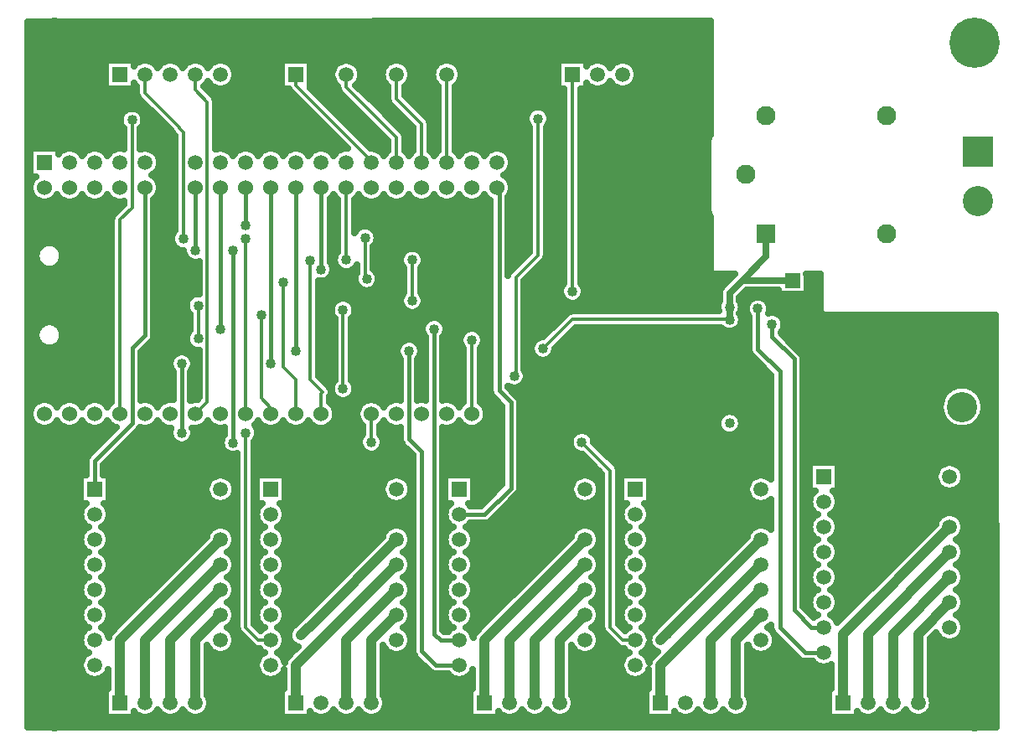
<source format=gbr>
G04 DipTrace 3.3.1.3*
G04 Bottom.gbr*
%MOIN*%
G04 #@! TF.FileFunction,Copper,L2,Bot*
G04 #@! TF.Part,Single*
G04 #@! TA.AperFunction,Conductor*
%ADD14C,0.016*%
%ADD15C,0.012008*%
%ADD16C,0.012*%
G04 #@! TA.AperFunction,CopperBalancing*
%ADD17C,0.025*%
G04 #@! TA.AperFunction,Conductor*
%ADD18C,0.015*%
G04 #@! TA.AperFunction,ViaPad*
%ADD20C,0.04*%
G04 #@! TA.AperFunction,Conductor*
%ADD23C,0.025199*%
G04 #@! TA.AperFunction,ComponentPad*
%ADD26C,0.06*%
%ADD38R,0.059055X0.059055*%
%ADD39C,0.059055*%
%ADD44C,0.076772*%
%ADD45R,0.076772X0.076772*%
%ADD47C,0.2*%
%ADD50R,0.12X0.12*%
%ADD51C,0.12*%
%ADD52R,0.059X0.059*%
%ADD53C,0.059*%
G04 #@! TA.AperFunction,ViaPad*
%ADD60C,0.03*%
%FSLAX26Y26*%
G04*
G70*
G90*
G75*
G01*
G04 Bottom*
%LPD*%
X2143700Y1293700D2*
D14*
X2243700D1*
X2348170Y1398170D1*
Y1739587D1*
X2302067Y1785690D1*
Y2593700D1*
X2293700D1*
X1774951Y2231200D2*
D15*
X1768700D1*
Y2393700D1*
X1243700Y1578739D2*
D18*
Y2343700D1*
X1093700D2*
Y2593700D1*
X1393700D2*
Y1893700D1*
X1039369D2*
Y1618109D1*
X2843700Y793700D2*
D16*
X2793700D1*
X2743700Y843700D1*
Y1468700D1*
X2631200Y1581200D1*
X1793700D2*
Y1693700D1*
X2143700Y693700D2*
D18*
X2050393D1*
X1993700Y750393D1*
Y1543700D1*
X1943700Y1593700D1*
Y1943700D1*
X1493700D2*
Y2593700D1*
X2943700Y793700D2*
D20*
X2993700Y843700D1*
X3343700Y1193700D1*
X2993700Y843700D2*
D3*
X1512449Y812451D2*
X1568700Y868700D1*
X1893700Y1193700D1*
X1568700Y868700D2*
D3*
X3343700Y1093700D2*
X2943700Y693700D1*
Y543700D1*
X793700D2*
Y793700D1*
X1193700Y1193700D1*
X893700Y543700D2*
Y793700D1*
X1193700Y1093700D1*
X993700Y543700D2*
Y793700D1*
X1193700Y993700D1*
X1093700Y543700D2*
Y793700D1*
X1193700Y893700D1*
X2593700Y2181200D2*
D16*
Y3043700D1*
X3593700Y843700D2*
D14*
X3543700D1*
X3474949Y912451D1*
Y1912451D1*
X3387449Y1999951D1*
Y2049949D1*
X1293700Y2443700D2*
Y2593700D1*
X2093700Y2693700D2*
D16*
Y3043700D1*
X1993700Y2693700D2*
Y2845783D1*
X1893700Y2945783D1*
Y3043700D1*
X3593700Y743700D2*
D14*
X3518700D1*
X3418700Y843700D1*
Y1862449D1*
X3331200Y1949949D1*
Y2112449D1*
X1593700Y2268700D2*
Y2593700D1*
X1693700D2*
D15*
Y2306200D1*
X1956200D2*
Y2143798D1*
X1893700Y2693700D2*
D16*
Y2794373D1*
X1739680Y2948393D1*
X1738260D1*
X1693700Y2992953D1*
Y3043700D1*
X2362451Y1843700D2*
X2368700Y1849949D1*
Y2237451D1*
X2456200Y2324949D1*
Y2868700D1*
X2193700Y1693700D2*
D15*
Y1987451D1*
X1104927Y1993058D2*
Y2124949D1*
X1356200Y2086756D2*
Y1756200D1*
X1393700Y1718700D1*
Y1693700D1*
X1893700Y1093700D2*
D20*
X1493700Y693700D1*
Y543700D1*
X793700Y1693700D2*
D16*
Y2466342D1*
X842037Y2514679D1*
Y2862812D1*
X1549949Y2303292D2*
D15*
Y1831200D1*
X1599949Y1781200D1*
X1593700Y1774951D1*
Y1693700D1*
X893700Y3043700D2*
D16*
Y2969487D1*
X1030926Y2832262D1*
Y2829062D1*
X1045821Y2814167D1*
Y2390037D1*
X1292695D2*
Y2078045D1*
X1293700Y2077040D1*
Y1693700D1*
X3143700Y543700D2*
D20*
Y793700D1*
X3343700Y993700D1*
X1681200Y2106397D2*
D15*
Y1793700D1*
X2143700Y793700D2*
D18*
X2068700D1*
X2043700Y818700D1*
Y2031200D1*
X1193700D2*
Y2593700D1*
X3243700Y543700D2*
D20*
Y793700D1*
X3343700Y893700D1*
X3218700Y2068700D2*
D16*
X3217146Y2070254D1*
X2593409D1*
X2476409Y1953254D1*
X3218700Y2118700D2*
Y2093700D1*
D17*
Y2068700D1*
Y2118700D2*
D23*
Y2174951D1*
X3268700Y2224951D1*
X3363385Y2319636D1*
Y2409350D1*
X3468700Y2224951D2*
D17*
X3268700D1*
X1493700Y3043700D2*
D16*
Y3001082D1*
X1793700Y2701082D1*
Y2693700D1*
X1693700Y543700D2*
D20*
Y793700D1*
X1893700Y993700D1*
X2243700Y543700D2*
Y793700D1*
X2643700Y1193700D1*
X2343700Y543700D2*
Y793700D1*
X2643700Y1093700D1*
X2443700Y543700D2*
Y793700D1*
X2643700Y993700D1*
X2543700Y543700D2*
Y793700D1*
X2643700Y893700D1*
X1093700Y3043700D2*
D16*
Y2982294D1*
X1141346Y2934649D1*
Y1741346D1*
X1093700Y1693700D1*
X1393700Y793700D2*
X1343700D1*
X1293700Y843700D1*
Y1618700D1*
X1443700Y2216678D2*
D15*
Y1881200D1*
X1493700Y1831200D1*
Y1693700D1*
X3668700Y543700D2*
D20*
Y818700D1*
X4093700Y1243700D1*
X3768700Y543700D2*
Y818700D1*
X4093700Y1143700D1*
X3868700Y543700D2*
Y818700D1*
X4093700Y1043700D1*
X3968700Y543700D2*
Y818700D1*
X4093700Y943700D1*
X1793700Y543700D2*
Y793700D1*
X1893700Y893700D1*
X693700Y1393700D2*
D18*
Y1506200D1*
X843700Y1656200D1*
Y1956200D1*
X893700Y2006200D1*
Y2593700D1*
D20*
X1774951Y2231200D3*
X1768700Y2393700D3*
X1243700Y1578739D3*
Y2343700D3*
X1093700D3*
X1393700Y1893700D3*
X1039369D3*
Y1618109D3*
X2631200Y1581200D3*
X1793700D3*
X1943700Y1943700D3*
X1493700D3*
X2943700Y793700D3*
X1512449Y812451D3*
X2593700Y2181200D3*
X3387449Y2049949D3*
X1293700Y2443700D3*
X3331200Y2112449D3*
X1593700Y2268700D3*
X1693700Y2306200D3*
X1956200D3*
Y2143798D3*
X2362451Y1843700D3*
X2456200Y2868700D3*
X2193700Y1987451D3*
X1104927Y1993058D3*
Y2124949D3*
X1356200Y2086756D3*
X842037Y2862812D3*
X1549949Y2303292D3*
X1045821Y2390037D3*
X1292695D3*
X1681200Y2106397D3*
Y1793700D3*
X2043700Y2031200D3*
X1193700D3*
X1293700Y1618700D3*
X1443700Y2216678D3*
X1568700Y868700D3*
X2993700Y843700D3*
D60*
X2775409Y1875254D3*
Y1849254D3*
Y1823254D3*
X2736409Y1875254D3*
Y1849254D3*
Y1823254D3*
X2697409Y1875254D3*
Y1849254D3*
Y1823254D3*
X3126700Y1627700D3*
X3087700D3*
D20*
X2476409Y1953254D3*
X3218700Y2068700D3*
Y1656200D3*
X1593700Y1093700D3*
Y1043700D3*
Y993700D3*
X893700Y1093700D3*
Y1043700D3*
Y993700D3*
X2343700Y1093700D3*
Y1043700D3*
Y993700D3*
X3043700Y1093700D3*
Y1043700D3*
Y993700D3*
X3793700Y1143700D3*
Y1093700D3*
Y1043700D3*
X3218700Y2118700D3*
X593700Y2431200D3*
Y1856200D3*
X2924949Y2818700D3*
X1643700Y2418700D3*
X1718700Y2143700D3*
X1543700Y843700D3*
X2968700Y818700D3*
X428403Y3231331D2*
D17*
X3141199D1*
X428403Y3206462D2*
X3141199D1*
X428403Y3181594D2*
X3141199D1*
X428403Y3156725D2*
X3141199D1*
X428403Y3131856D2*
X3141199D1*
X428403Y3106987D2*
X3141199D1*
X428403Y3082119D2*
X735165D1*
X936954D2*
X950434D1*
X1036963D2*
X1050443D1*
X1136972D2*
X1150417D1*
X1236981D2*
X1435193D1*
X1552224D2*
X1650427D1*
X1736956D2*
X1850445D1*
X1936974D2*
X2050428D1*
X2136957D2*
X2535187D1*
X2736976D2*
X2750421D1*
X2836985D2*
X3141199D1*
X428403Y3057250D2*
X735165D1*
X1250546D2*
X1435193D1*
X1552224D2*
X1636827D1*
X1750556D2*
X1836845D1*
X1950538D2*
X2036828D1*
X2150557D2*
X2535187D1*
X2850550D2*
X3141199D1*
X428403Y3032381D2*
X735165D1*
X1251048D2*
X1435193D1*
X1552224D2*
X1636324D1*
X1751058D2*
X1836343D1*
X1951077D2*
X2036325D1*
X2151059D2*
X2535187D1*
X2851052D2*
X3141199D1*
X428403Y3007512D2*
X735165D1*
X1238955D2*
X1435193D1*
X1552224D2*
X1648453D1*
X1738965D2*
X1848436D1*
X1938948D2*
X2048454D1*
X2138966D2*
X2535187D1*
X2838959D2*
X3141199D1*
X428403Y2982644D2*
X858714D1*
X1141816D2*
X1464439D1*
X1560585D2*
X1660403D1*
X1752458D2*
X1858699D1*
X1928685D2*
X2058717D1*
X2128703D2*
X2558691D1*
X2628678D2*
X3141199D1*
X428403Y2957775D2*
X860903D1*
X1166684D2*
X1488553D1*
X1585453D2*
X1680426D1*
X1778761D2*
X1858699D1*
X1930156D2*
X2058717D1*
X2128703D2*
X2558691D1*
X2628678D2*
X3141199D1*
X428403Y2932906D2*
X881823D1*
X1176337D2*
X1513421D1*
X1610320D2*
X1705294D1*
X1803629D2*
X1861354D1*
X1955024D2*
X2058717D1*
X2128703D2*
X2558691D1*
X2628678D2*
X3141199D1*
X428403Y2908037D2*
X828751D1*
X855317D2*
X906691D1*
X1176337D2*
X1538289D1*
X1635188D2*
X1731597D1*
X1828496D2*
X1882992D1*
X1979892D2*
X2058717D1*
X2128703D2*
X2428934D1*
X2483490D2*
X2558691D1*
X2628678D2*
X3141199D1*
X428403Y2883169D2*
X797747D1*
X886321D2*
X931559D1*
X1176337D2*
X1563157D1*
X1660056D2*
X1756465D1*
X1853364D2*
X1907860D1*
X2004759D2*
X2058717D1*
X2128703D2*
X2409521D1*
X2502868D2*
X2558691D1*
X2628678D2*
X3141199D1*
X428403Y2858300D2*
X793261D1*
X890807D2*
X956427D1*
X1176337D2*
X1588024D1*
X1684924D2*
X1781332D1*
X1878232D2*
X1932728D1*
X2026182D2*
X2058717D1*
X2128703D2*
X2408373D1*
X2504016D2*
X2558691D1*
X2628678D2*
X3141199D1*
X428403Y2833431D2*
X803488D1*
X880580D2*
X981294D1*
X1176337D2*
X1612892D1*
X1709791D2*
X1806200D1*
X1903100D2*
X1957595D1*
X2028694D2*
X2058717D1*
X2128703D2*
X2421219D1*
X2491205D2*
X2558691D1*
X2628678D2*
X3141199D1*
X428403Y2808562D2*
X807041D1*
X877027D2*
X1003220D1*
X1176337D2*
X1637760D1*
X1734659D2*
X1831068D1*
X1925419D2*
X1958708D1*
X2028694D2*
X2058717D1*
X2128703D2*
X2421219D1*
X2491205D2*
X2558691D1*
X2628678D2*
X3141199D1*
X428403Y2783693D2*
X807041D1*
X877027D2*
X1010827D1*
X1176337D2*
X1662627D1*
X1759527D2*
X1855936D1*
X1928685D2*
X1958708D1*
X2028694D2*
X2058717D1*
X2128703D2*
X2421219D1*
X2491205D2*
X2558691D1*
X2628678D2*
X3130685D1*
X428403Y2758825D2*
X807041D1*
X877027D2*
X1010827D1*
X1176337D2*
X1687495D1*
X1784395D2*
X1858699D1*
X1928685D2*
X1958708D1*
X2028694D2*
X2058717D1*
X2128703D2*
X2421219D1*
X2491205D2*
X2558691D1*
X2628678D2*
X3129142D1*
X635168Y2733956D2*
X652236D1*
X735141D2*
X752246D1*
X935159D2*
X1010827D1*
X1235151D2*
X1252256D1*
X1335160D2*
X1352229D1*
X1435170D2*
X1452238D1*
X1535143D2*
X1552248D1*
X1635152D2*
X1652257D1*
X1835171D2*
X1852240D1*
X1935144D2*
X1952249D1*
X2035153D2*
X2052258D1*
X2135163D2*
X2152231D1*
X2235172D2*
X2252241D1*
X2335145D2*
X2421219D1*
X2491205D2*
X2558691D1*
X2628678D2*
X3129142D1*
X950051Y2709087D2*
X1010827D1*
X2350073D2*
X2421219D1*
X2491205D2*
X2558691D1*
X2628678D2*
X3129142D1*
X951415Y2684218D2*
X1010827D1*
X2351401D2*
X2421219D1*
X2491205D2*
X2558691D1*
X2628678D2*
X3129142D1*
X940434Y2659350D2*
X1010827D1*
X2340456D2*
X2421219D1*
X2491205D2*
X2558691D1*
X2628678D2*
X3129142D1*
X428403Y2634481D2*
X452110D1*
X935303D2*
X1010827D1*
X2335289D2*
X2421219D1*
X2491205D2*
X2558691D1*
X2628678D2*
X3129142D1*
X950410Y2609612D2*
X1010827D1*
X2350396D2*
X2421219D1*
X2491205D2*
X2558691D1*
X2628678D2*
X3129142D1*
X951989Y2584743D2*
X1010827D1*
X2351975D2*
X2421219D1*
X2491205D2*
X2558691D1*
X2628678D2*
X3129142D1*
X428403Y2559875D2*
X445938D1*
X941439D2*
X1010827D1*
X2341461D2*
X2421219D1*
X2491205D2*
X2558691D1*
X2628678D2*
X3129142D1*
X428403Y2535006D2*
X807041D1*
X930207D2*
X1010827D1*
X1630703D2*
X1658716D1*
X1728702D2*
X2265087D1*
X2339056D2*
X2421219D1*
X2491205D2*
X2558691D1*
X2628678D2*
X3129142D1*
X428403Y2510137D2*
X789027D1*
X930207D2*
X1010827D1*
X1630703D2*
X1658716D1*
X1728702D2*
X2265087D1*
X2339056D2*
X2421219D1*
X2491205D2*
X2558691D1*
X2628678D2*
X3129394D1*
X428403Y2485268D2*
X764805D1*
X930207D2*
X1010827D1*
X1630703D2*
X1658716D1*
X1728702D2*
X2265087D1*
X2339056D2*
X2421219D1*
X2491205D2*
X2558691D1*
X2628678D2*
X3136319D1*
X428403Y2460399D2*
X758705D1*
X930207D2*
X1010827D1*
X1630703D2*
X1658716D1*
X1728702D2*
X2265087D1*
X2339056D2*
X2421219D1*
X2491205D2*
X2558691D1*
X2628678D2*
X3141199D1*
X428403Y2435531D2*
X758705D1*
X930207D2*
X1010827D1*
X1630703D2*
X1658716D1*
X1728702D2*
X1745915D1*
X1791500D2*
X2265087D1*
X2339056D2*
X2421219D1*
X2491205D2*
X2558691D1*
X2628678D2*
X3141199D1*
X428403Y2410662D2*
X758705D1*
X930207D2*
X1001641D1*
X1630703D2*
X1658716D1*
X1814501D2*
X2265087D1*
X2339056D2*
X2421219D1*
X2491205D2*
X2558691D1*
X2628678D2*
X3141199D1*
X428403Y2385793D2*
X758705D1*
X930207D2*
X997012D1*
X1630703D2*
X1658716D1*
X1817013D2*
X2265087D1*
X2339056D2*
X2421219D1*
X2491205D2*
X2558691D1*
X2628678D2*
X3141199D1*
X428403Y2360924D2*
X474933D1*
X550194D2*
X758705D1*
X930207D2*
X1007059D1*
X1630703D2*
X1658716D1*
X1804167D2*
X2265087D1*
X2339056D2*
X2421219D1*
X2491205D2*
X2558691D1*
X2628678D2*
X3141199D1*
X428403Y2336056D2*
X459861D1*
X565301D2*
X758705D1*
X930207D2*
X1045348D1*
X1630703D2*
X1655558D1*
X1803700D2*
X1918051D1*
X1994353D2*
X2265087D1*
X2339056D2*
X2418851D1*
X2491205D2*
X2558691D1*
X2628678D2*
X3141199D1*
X428403Y2311187D2*
X459323D1*
X565804D2*
X758705D1*
X930207D2*
X1057979D1*
X1630703D2*
X1644972D1*
X1803700D2*
X1907465D1*
X2004939D2*
X2265087D1*
X2339056D2*
X2393983D1*
X2488119D2*
X2558691D1*
X2628678D2*
X3141199D1*
X428403Y2286318D2*
X472816D1*
X552347D2*
X758705D1*
X930207D2*
X1106351D1*
X1803700D2*
X1911664D1*
X2000740D2*
X2265087D1*
X2339056D2*
X2369115D1*
X2466015D2*
X2558691D1*
X2628678D2*
X3141199D1*
X428403Y2261449D2*
X758705D1*
X930207D2*
X1106351D1*
X1642114D2*
X1678596D1*
X1708823D2*
X1733714D1*
X1812743D2*
X1921209D1*
X1991195D2*
X2265087D1*
X2441147D2*
X2558691D1*
X2628678D2*
X3141235D1*
X428403Y2236581D2*
X758705D1*
X930207D2*
X1106351D1*
X1629806D2*
X1726286D1*
X1823616D2*
X1921209D1*
X1991195D2*
X2265087D1*
X2416279D2*
X2558691D1*
X2628678D2*
X3222549D1*
X3527218D2*
X3578699D1*
X428403Y2211712D2*
X758705D1*
X930207D2*
X1106351D1*
X1584950D2*
X1730233D1*
X1819669D2*
X1921209D1*
X1991195D2*
X2265087D1*
X2403684D2*
X2556108D1*
X2631261D2*
X3197681D1*
X3527218D2*
X3578699D1*
X428403Y2186843D2*
X758705D1*
X930207D2*
X1106351D1*
X1584950D2*
X1758510D1*
X1791392D2*
X1921209D1*
X1991195D2*
X2265087D1*
X2403684D2*
X2545055D1*
X2642350D2*
X3178950D1*
X3527218D2*
X3578699D1*
X428403Y2161974D2*
X758705D1*
X930207D2*
X1074306D1*
X1584950D2*
X1910910D1*
X2001494D2*
X2265087D1*
X2403684D2*
X2548859D1*
X2638546D2*
X3177120D1*
X3263505D2*
X3578699D1*
X428403Y2137106D2*
X758705D1*
X930207D2*
X1057548D1*
X1584950D2*
X1643788D1*
X1718619D2*
X1907681D1*
X2004724D2*
X2265087D1*
X2403684D2*
X2576454D1*
X2610951D2*
X3173495D1*
X3263900D2*
X3289294D1*
X3373131D2*
X3578699D1*
X428403Y2112237D2*
X758705D1*
X930207D2*
X1057692D1*
X1584950D2*
X1632592D1*
X1729815D2*
X1919558D1*
X1992846D2*
X2265087D1*
X2403684D2*
X3170158D1*
X3267237D2*
X3282224D1*
X3380200D2*
X3578699D1*
X428403Y2087368D2*
X758705D1*
X930207D2*
X1069928D1*
X1584950D2*
X1636288D1*
X1726119D2*
X2265087D1*
X2403684D2*
X2562065D1*
X3263792D2*
X3289545D1*
X3417556D2*
X4272484D1*
X428403Y2062499D2*
X758705D1*
X930207D2*
X1069928D1*
X1584950D2*
X1646193D1*
X1716179D2*
X2006829D1*
X2080583D2*
X2265087D1*
X2403684D2*
X2537197D1*
X3267273D2*
X3294210D1*
X3434708D2*
X4272520D1*
X428403Y2037630D2*
X467612D1*
X557550D2*
X758705D1*
X930207D2*
X1069928D1*
X1584950D2*
X1646193D1*
X1716179D2*
X1995166D1*
X2092245D2*
X2265087D1*
X2403684D2*
X2512329D1*
X2609229D2*
X3181605D1*
X3255790D2*
X3294210D1*
X3434780D2*
X4272592D1*
X428403Y2012762D2*
X458318D1*
X566808D2*
X758705D1*
X930207D2*
X1060311D1*
X1584950D2*
X1646193D1*
X1716179D2*
X1998503D1*
X2088872D2*
X2152195D1*
X2235208D2*
X2265087D1*
X2403684D2*
X2487461D1*
X2584361D2*
X3294210D1*
X3425917D2*
X4272664D1*
X428403Y1987893D2*
X461978D1*
X563184D2*
X758705D1*
X924825D2*
X1056221D1*
X1584950D2*
X1646193D1*
X1716179D2*
X1926771D1*
X1960622D2*
X2007223D1*
X2080188D2*
X2144696D1*
X2242707D2*
X2265087D1*
X2403684D2*
X2442893D1*
X2559493D2*
X3294210D1*
X3450784D2*
X4272700D1*
X428403Y1963024D2*
X483330D1*
X541833D2*
X758705D1*
X901105D2*
X1066950D1*
X1584950D2*
X1646193D1*
X1716179D2*
X1898925D1*
X1988468D2*
X2007223D1*
X2080188D2*
X2151657D1*
X2235746D2*
X2265087D1*
X2403684D2*
X2428468D1*
X2534625D2*
X3294210D1*
X3475652D2*
X4272771D1*
X428403Y1938155D2*
X758705D1*
X880185D2*
X1023243D1*
X1055479D2*
X1106351D1*
X1584950D2*
X1646193D1*
X1716179D2*
X1895049D1*
X1992343D2*
X2007223D1*
X2080188D2*
X2158690D1*
X2228713D2*
X2265087D1*
X2403684D2*
X2429939D1*
X2522891D2*
X3296291D1*
X3500520D2*
X4272843D1*
X428403Y1913287D2*
X758705D1*
X880185D2*
X994715D1*
X1084043D2*
X1106351D1*
X1584950D2*
X1646193D1*
X1716179D2*
X1906030D1*
X1981363D2*
X2007223D1*
X2080188D2*
X2158690D1*
X2228713D2*
X2265087D1*
X2403684D2*
X2450142D1*
X2502652D2*
X3316566D1*
X3511931D2*
X4272879D1*
X428403Y1888418D2*
X758705D1*
X880185D2*
X990696D1*
X1088062D2*
X1106351D1*
X1584950D2*
X1646193D1*
X1716179D2*
X1907214D1*
X1980179D2*
X2007223D1*
X2080188D2*
X2158690D1*
X2228713D2*
X2265087D1*
X2403684D2*
X3341469D1*
X3511931D2*
X4272951D1*
X428403Y1863549D2*
X758705D1*
X880185D2*
X1001497D1*
X1077261D2*
X1106351D1*
X1584950D2*
X1646193D1*
X1716179D2*
X1907214D1*
X1980179D2*
X2007223D1*
X2080188D2*
X2158690D1*
X2228713D2*
X2265087D1*
X2406985D2*
X3366337D1*
X3511931D2*
X4272987D1*
X428403Y1838680D2*
X758705D1*
X880185D2*
X1002861D1*
X1075861D2*
X1106351D1*
X1590943D2*
X1646193D1*
X1716179D2*
X1907214D1*
X1980179D2*
X2007223D1*
X2080188D2*
X2158690D1*
X2228713D2*
X2265087D1*
X2411184D2*
X3381695D1*
X3511931D2*
X4273058D1*
X428403Y1813812D2*
X758705D1*
X880185D2*
X1002861D1*
X1075861D2*
X1106351D1*
X1615811D2*
X1636791D1*
X1725616D2*
X1907214D1*
X1980179D2*
X2007223D1*
X2080188D2*
X2158690D1*
X2228713D2*
X2265087D1*
X2400562D2*
X3381695D1*
X3511931D2*
X4273130D1*
X428403Y1788943D2*
X758705D1*
X880185D2*
X1002861D1*
X1075861D2*
X1106351D1*
X1729958D2*
X1907214D1*
X1980179D2*
X2007223D1*
X2080188D2*
X2158690D1*
X2228713D2*
X2265087D1*
X2350109D2*
X3381695D1*
X3511931D2*
X4086604D1*
X4200800D2*
X4273166D1*
X428403Y1764074D2*
X758705D1*
X880185D2*
X1002861D1*
X1075861D2*
X1106351D1*
X1630057D2*
X1642855D1*
X1719516D2*
X1907214D1*
X1980179D2*
X2007223D1*
X2080188D2*
X2158690D1*
X2228713D2*
X2272695D1*
X2374977D2*
X3381695D1*
X3511931D2*
X4065720D1*
X4221684D2*
X4273238D1*
X428403Y1739205D2*
X457708D1*
X529668D2*
X557717D1*
X629677D2*
X657727D1*
X729687D2*
X757736D1*
X929669D2*
X957719D1*
X1629662D2*
X1757721D1*
X1829680D2*
X1857730D1*
X2129672D2*
X2157722D1*
X2229681D2*
X2297275D1*
X2385168D2*
X3381695D1*
X3511931D2*
X4056462D1*
X4230943D2*
X4273274D1*
X1648788Y1714336D2*
X1738594D1*
X2248772D2*
X2311162D1*
X2385168D2*
X3381695D1*
X3511931D2*
X4055026D1*
X4232378D2*
X4273346D1*
X1652520Y1689468D2*
X1734862D1*
X2252540D2*
X2311162D1*
X2385168D2*
X3183722D1*
X3253673D2*
X3381695D1*
X3511931D2*
X4060983D1*
X4226385D2*
X4273417D1*
X428403Y1664599D2*
X442780D1*
X1644626D2*
X1742793D1*
X2244609D2*
X2311162D1*
X2385168D2*
X3170481D1*
X3266914D2*
X3381695D1*
X3511931D2*
X4076377D1*
X4211027D2*
X4273453D1*
X428403Y1639730D2*
X474502D1*
X512874D2*
X574511D1*
X612884D2*
X674521D1*
X712893D2*
X774494D1*
X912875D2*
X974512D1*
X1112894D2*
X1174495D1*
X1337672D2*
X1374513D1*
X1412886D2*
X1474523D1*
X1512895D2*
X1574496D1*
X1612904D2*
X1758725D1*
X1828676D2*
X1874524D1*
X2112878D2*
X2174515D1*
X2212888D2*
X2311162D1*
X2385168D2*
X3172706D1*
X3264689D2*
X3381695D1*
X3511931D2*
X4114056D1*
X4173348D2*
X4273525D1*
X428403Y1614861D2*
X751779D1*
X852949D2*
X990481D1*
X1088241D2*
X1207221D1*
X1342517D2*
X1758725D1*
X1828676D2*
X1907214D1*
X2080188D2*
X2311162D1*
X2385168D2*
X2596621D1*
X2665782D2*
X3194918D1*
X3242477D2*
X3381695D1*
X3511931D2*
X4273597D1*
X428403Y1589993D2*
X726911D1*
X828081D2*
X999847D1*
X1078912D2*
X1196097D1*
X1332756D2*
X1745556D1*
X1841845D2*
X1907394D1*
X2080188D2*
X2311162D1*
X2385168D2*
X2583057D1*
X2679346D2*
X3381695D1*
X3511931D2*
X4273633D1*
X428403Y1565124D2*
X702044D1*
X803213D2*
X1196743D1*
X1328701D2*
X1747565D1*
X1839836D2*
X1921711D1*
X2080188D2*
X2311162D1*
X2385168D2*
X2585066D1*
X2695709D2*
X3381695D1*
X3511931D2*
X4273704D1*
X428403Y1540255D2*
X677176D1*
X778310D2*
X1215116D1*
X1328701D2*
X1769168D1*
X1818233D2*
X1946579D1*
X2080188D2*
X2311162D1*
X2385168D2*
X2606669D1*
X2720613D2*
X3381695D1*
X3511931D2*
X4273740D1*
X428403Y1515386D2*
X658480D1*
X753442D2*
X1258715D1*
X1328701D2*
X1957201D1*
X2080188D2*
X2311162D1*
X2385168D2*
X2648545D1*
X2745481D2*
X3381695D1*
X3511931D2*
X4273812D1*
X428403Y1490518D2*
X657224D1*
X730189D2*
X1258715D1*
X1328701D2*
X1957201D1*
X2080188D2*
X2311162D1*
X2385168D2*
X2673449D1*
X2770277D2*
X3381695D1*
X3511931D2*
X3535208D1*
X3652202D2*
X4060481D1*
X4126914D2*
X4273884D1*
X428403Y1465649D2*
X657224D1*
X730189D2*
X1258715D1*
X1328701D2*
X1957201D1*
X2080188D2*
X2311162D1*
X2385168D2*
X2698317D1*
X2778710D2*
X3381695D1*
X3511931D2*
X3535208D1*
X3652202D2*
X4039704D1*
X4147727D2*
X4273920D1*
X428403Y1440780D2*
X635191D1*
X752186D2*
X1160895D1*
X1226503D2*
X1258715D1*
X1452179D2*
X1860888D1*
X1926496D2*
X1957201D1*
X2202194D2*
X2311162D1*
X2385168D2*
X2610903D1*
X2676511D2*
X2708723D1*
X2902187D2*
X3310896D1*
X3511931D2*
X3535208D1*
X3652202D2*
X4035290D1*
X4152105D2*
X4273991D1*
X428403Y1415911D2*
X635191D1*
X752186D2*
X1139795D1*
X1452179D2*
X1839788D1*
X2202194D2*
X2311162D1*
X2385168D2*
X2589803D1*
X2902187D2*
X3289796D1*
X3511931D2*
X3535208D1*
X3652202D2*
X4042574D1*
X4144821D2*
X4274063D1*
X428403Y1391043D2*
X635191D1*
X752186D2*
X1135273D1*
X1452179D2*
X1835266D1*
X2202194D2*
X2289775D1*
X2384414D2*
X2585282D1*
X2902187D2*
X3285274D1*
X3511931D2*
X3535208D1*
X3652202D2*
X4072179D1*
X4115252D2*
X4274099D1*
X428403Y1366174D2*
X635191D1*
X752186D2*
X1142450D1*
X1244948D2*
X1258715D1*
X1452179D2*
X1842443D1*
X2202194D2*
X2264908D1*
X2367441D2*
X2592459D1*
X2694956D2*
X2708723D1*
X2902187D2*
X3292451D1*
X3511931D2*
X3539909D1*
X3647502D2*
X4274171D1*
X428403Y1341305D2*
X635191D1*
X752186D2*
X1171445D1*
X1215953D2*
X1258715D1*
X1452179D2*
X1871438D1*
X1915946D2*
X1957201D1*
X2202194D2*
X2240040D1*
X2342573D2*
X2621453D1*
X2665961D2*
X2708723D1*
X2902187D2*
X3321446D1*
X3365954D2*
X3381695D1*
X3511931D2*
X3535244D1*
X3652131D2*
X4274207D1*
X428403Y1316436D2*
X640036D1*
X747378D2*
X1258715D1*
X1447370D2*
X1957201D1*
X2317705D2*
X2708723D1*
X2897379D2*
X3381695D1*
X3511931D2*
X3542277D1*
X3645097D2*
X4274279D1*
X428403Y1291567D2*
X635263D1*
X752150D2*
X1258715D1*
X1452143D2*
X1957201D1*
X2292838D2*
X2708723D1*
X2902151D2*
X3381695D1*
X3511931D2*
X3562157D1*
X3625253D2*
X4062167D1*
X4125264D2*
X4274350D1*
X428403Y1266699D2*
X642153D1*
X745260D2*
X1258715D1*
X1328701D2*
X1342146D1*
X1445253D2*
X1957201D1*
X2267647D2*
X2708723D1*
X2778710D2*
X2792154D1*
X2895261D2*
X3381695D1*
X3511931D2*
X3540160D1*
X3647250D2*
X4040134D1*
X4147261D2*
X4274386D1*
X428403Y1241830D2*
X662571D1*
X724806D2*
X1162581D1*
X1224817D2*
X1258715D1*
X1328701D2*
X1362600D1*
X1424799D2*
X1862574D1*
X1924809D2*
X1957201D1*
X2080188D2*
X2112579D1*
X2174815D2*
X2612590D1*
X2674825D2*
X2708723D1*
X2778710D2*
X2812572D1*
X2874807D2*
X3312582D1*
X3511931D2*
X3535244D1*
X3652167D2*
X4023592D1*
X4152177D2*
X4274458D1*
X428403Y1216961D2*
X640251D1*
X747126D2*
X1140261D1*
X1447119D2*
X1840254D1*
X2197135D2*
X2590270D1*
X2897127D2*
X3290262D1*
X3511931D2*
X3541990D1*
X3645384D2*
X3998724D1*
X4145395D2*
X4274494D1*
X428403Y1192092D2*
X635227D1*
X752186D2*
X1123826D1*
X1452179D2*
X1823855D1*
X2202158D2*
X2573835D1*
X2902151D2*
X3273827D1*
X3511931D2*
X3563018D1*
X3624356D2*
X3973856D1*
X4124367D2*
X4274566D1*
X428403Y1167224D2*
X641866D1*
X745547D2*
X1098959D1*
X1245522D2*
X1258715D1*
X1328701D2*
X1341841D1*
X1445540D2*
X1798987D1*
X2195520D2*
X2548967D1*
X2695530D2*
X2708723D1*
X2778710D2*
X2791867D1*
X2895548D2*
X3248960D1*
X3511931D2*
X3540375D1*
X3646999D2*
X3948988D1*
X4147009D2*
X4274637D1*
X428403Y1142355D2*
X663504D1*
X723909D2*
X1074091D1*
X1223920D2*
X1258715D1*
X1328701D2*
X1363497D1*
X1423902D2*
X1774120D1*
X1923912D2*
X1957201D1*
X2080188D2*
X2113476D1*
X2173917D2*
X2524099D1*
X2673892D2*
X2708723D1*
X2778710D2*
X2813505D1*
X2873910D2*
X3224092D1*
X3511931D2*
X3535208D1*
X3652167D2*
X3924121D1*
X4152177D2*
X4274673D1*
X428403Y1117486D2*
X640502D1*
X746875D2*
X1049223D1*
X1446904D2*
X1749252D1*
X2196883D2*
X2499231D1*
X2896876D2*
X3199224D1*
X3511931D2*
X3541739D1*
X3645671D2*
X3899253D1*
X4145682D2*
X4274745D1*
X428403Y1092617D2*
X635227D1*
X752186D2*
X1024355D1*
X1452179D2*
X1724384D1*
X2202194D2*
X2474364D1*
X2902187D2*
X3174356D1*
X3511931D2*
X3563951D1*
X3623459D2*
X3874385D1*
X4123434D2*
X4274817D1*
X428403Y1067749D2*
X641579D1*
X745799D2*
X999488D1*
X1245809D2*
X1258715D1*
X1328701D2*
X1341555D1*
X1445827D2*
X1699516D1*
X2195807D2*
X2449496D1*
X2695817D2*
X2708723D1*
X2778710D2*
X2791580D1*
X2895800D2*
X3149489D1*
X3511931D2*
X3540626D1*
X3646748D2*
X3849482D1*
X4146758D2*
X4274853D1*
X428403Y1042880D2*
X664437D1*
X722976D2*
X974620D1*
X1222951D2*
X1258715D1*
X1328701D2*
X1364430D1*
X1422969D2*
X1674613D1*
X1922979D2*
X1957201D1*
X2080188D2*
X2114445D1*
X2172984D2*
X2424628D1*
X2672959D2*
X2708723D1*
X2778710D2*
X2814438D1*
X2872977D2*
X3124621D1*
X3511931D2*
X3535208D1*
X3652202D2*
X3824614D1*
X4152177D2*
X4274924D1*
X428403Y1018011D2*
X640753D1*
X746624D2*
X949752D1*
X1446653D2*
X1649745D1*
X2196632D2*
X2399760D1*
X2896625D2*
X3099753D1*
X3511931D2*
X3541452D1*
X3645959D2*
X3799746D1*
X4145969D2*
X4274960D1*
X428403Y993142D2*
X635227D1*
X752186D2*
X924884D1*
X1452179D2*
X1624877D1*
X2202194D2*
X2374893D1*
X2902187D2*
X3074886D1*
X3511931D2*
X3564920D1*
X3622490D2*
X3774878D1*
X4122465D2*
X4275032D1*
X428403Y968273D2*
X641328D1*
X746086D2*
X900017D1*
X1246096D2*
X1258737D1*
X1328701D2*
X1341340D1*
X1446079D2*
X1600010D1*
X2196094D2*
X2350025D1*
X2696068D2*
X2708723D1*
X2778710D2*
X2791329D1*
X2896087D2*
X3050018D1*
X3511931D2*
X3540878D1*
X3646497D2*
X3750011D1*
X4146507D2*
X4275104D1*
X428403Y943405D2*
X665406D1*
X721972D2*
X875149D1*
X1221982D2*
X1258715D1*
X1328701D2*
X1365435D1*
X1421964D2*
X1575142D1*
X1921975D2*
X1957201D1*
X2080188D2*
X2115414D1*
X2171980D2*
X2325157D1*
X2671990D2*
X2708723D1*
X2778710D2*
X2815407D1*
X2871973D2*
X3025150D1*
X3511931D2*
X3535208D1*
X3652202D2*
X3725143D1*
X4152177D2*
X4275140D1*
X428403Y918536D2*
X641005D1*
X746373D2*
X850281D1*
X1446366D2*
X1550274D1*
X2196381D2*
X2300289D1*
X2896374D2*
X3000282D1*
X3520149D2*
X3541165D1*
X3646210D2*
X3700275D1*
X4146220D2*
X4275212D1*
X428403Y893667D2*
X635191D1*
X752186D2*
X825414D1*
X1452179D2*
X1525406D1*
X2202194D2*
X2275422D1*
X2902187D2*
X2975415D1*
X3545016D2*
X3565925D1*
X3621450D2*
X3675407D1*
X4121460D2*
X4275247D1*
X428403Y868798D2*
X641041D1*
X746337D2*
X800546D1*
X1446366D2*
X1500539D1*
X2196345D2*
X2250554D1*
X2896338D2*
X2950547D1*
X4146256D2*
X4275319D1*
X428403Y843930D2*
X665549D1*
X721864D2*
X775678D1*
X1221838D2*
X1258715D1*
X1341907D2*
X1365542D1*
X1421857D2*
X1475743D1*
X1921867D2*
X1957201D1*
X2080188D2*
X2115558D1*
X2171836D2*
X2225686D1*
X2671846D2*
X2708723D1*
X2791915D2*
X2815550D1*
X2871865D2*
X2925679D1*
X4152177D2*
X4275391D1*
X428403Y819061D2*
X641292D1*
X1246132D2*
X1269875D1*
X1446114D2*
X1463937D1*
X2696104D2*
X2719883D1*
X4146471D2*
X4275427D1*
X428403Y794192D2*
X635227D1*
X1252196D2*
X1294743D1*
X1452179D2*
X1467202D1*
X2702204D2*
X2744751D1*
X3402197D2*
X3416934D1*
X4017683D2*
X4065038D1*
X4122357D2*
X4275499D1*
X428403Y769323D2*
X640789D1*
X1246598D2*
X1319718D1*
X1446617D2*
X1492572D1*
X2696607D2*
X2769726D1*
X3396599D2*
X3441801D1*
X4017683D2*
X4275570D1*
X428403Y744455D2*
X664545D1*
X1142678D2*
X1164555D1*
X1222843D2*
X1364538D1*
X1422861D2*
X1476209D1*
X1842706D2*
X1864548D1*
X1922836D2*
X1957739D1*
X2592686D2*
X2614563D1*
X2672851D2*
X2814546D1*
X2872834D2*
X2926217D1*
X3292679D2*
X3314556D1*
X3372844D2*
X3466669D1*
X4017683D2*
X4275606D1*
X428403Y719586D2*
X641543D1*
X1142678D2*
X1341536D1*
X1842706D2*
X1973923D1*
X2592686D2*
X2791544D1*
X3292679D2*
X3491537D1*
X4017683D2*
X4275678D1*
X428403Y694717D2*
X635227D1*
X1142678D2*
X1335220D1*
X1842706D2*
X1998791D1*
X2592686D2*
X2785228D1*
X3292679D2*
X3564059D1*
X4017683D2*
X4275714D1*
X428403Y669848D2*
X640538D1*
X1142678D2*
X1340531D1*
X1842706D2*
X2023658D1*
X2592686D2*
X2790539D1*
X3292679D2*
X3619715D1*
X4017683D2*
X4275786D1*
X428403Y644980D2*
X663612D1*
X723802D2*
X744710D1*
X1142678D2*
X1363605D1*
X1423794D2*
X1444703D1*
X1842706D2*
X2113620D1*
X2173810D2*
X2194718D1*
X2592686D2*
X2813613D1*
X2873803D2*
X2894711D1*
X3292679D2*
X3619715D1*
X4017683D2*
X4275857D1*
X428403Y620111D2*
X744710D1*
X1142678D2*
X1444703D1*
X1842706D2*
X2194718D1*
X2592686D2*
X2894711D1*
X3292679D2*
X3619715D1*
X4017683D2*
X4275893D1*
X428403Y595242D2*
X735165D1*
X1142678D2*
X1435193D1*
X1842706D2*
X2185173D1*
X2592686D2*
X2885166D1*
X3292679D2*
X3610170D1*
X4017683D2*
X4275965D1*
X428403Y570373D2*
X735165D1*
X1145477D2*
X1435193D1*
X1845470D2*
X2185173D1*
X2595449D2*
X2885166D1*
X3295478D2*
X3610170D1*
X4020446D2*
X4276001D1*
X428403Y545504D2*
X735165D1*
X1152187D2*
X1435193D1*
X1852180D2*
X2185173D1*
X2602195D2*
X2885166D1*
X3302188D2*
X3610170D1*
X4027192D2*
X4276073D1*
X428403Y520636D2*
X735165D1*
X1147235D2*
X1435193D1*
X1847264D2*
X2185173D1*
X2597243D2*
X2885166D1*
X3297236D2*
X3610170D1*
X4022240D2*
X4276145D1*
X428403Y495767D2*
X735165D1*
X925184D2*
X962204D1*
X1025193D2*
X1062213D1*
X1125202D2*
X1435193D1*
X1625176D2*
X1662197D1*
X1725186D2*
X1762206D1*
X1825195D2*
X2185173D1*
X2375192D2*
X2412212D1*
X2475201D2*
X2512221D1*
X2575210D2*
X2885166D1*
X3075185D2*
X3112205D1*
X3175194D2*
X3212214D1*
X3275203D2*
X3610170D1*
X3800189D2*
X3837209D1*
X3900198D2*
X3937218D1*
X4000207D2*
X4276180D1*
X428403Y470898D2*
X4276252D1*
X428403Y446029D2*
X4276324D1*
X1446867Y3099720D2*
X1549720D1*
Y2991026D1*
X1791095Y2749638D1*
X1798095Y2749547D1*
X1806778Y2748172D1*
X1815138Y2745455D1*
X1822970Y2741465D1*
X1830082Y2736298D1*
X1836298Y2730082D1*
X1841465Y2722970D1*
X1843786Y2719132D1*
X1848379Y2726628D1*
X1854088Y2733312D1*
X1860772Y2739021D1*
X1861208Y2739632D1*
Y2780934D1*
X1721283Y2920689D1*
X1717158Y2923686D1*
X1670725Y2969978D1*
X1667413Y2973855D1*
X1664749Y2978202D1*
X1662798Y2982913D1*
X1661608Y2987870D1*
X1661208Y2992953D1*
Y2998085D1*
X1657318Y3001102D1*
X1651102Y3007318D1*
X1645935Y3014430D1*
X1641945Y3022262D1*
X1639228Y3030622D1*
X1637853Y3039305D1*
Y3048095D1*
X1639228Y3056778D1*
X1641945Y3065138D1*
X1645935Y3072970D1*
X1651102Y3080082D1*
X1657318Y3086298D1*
X1664430Y3091465D1*
X1672262Y3095455D1*
X1680622Y3098172D1*
X1689305Y3099547D1*
X1698095D1*
X1706778Y3098172D1*
X1715138Y3095455D1*
X1722970Y3091465D1*
X1730082Y3086298D1*
X1736298Y3080082D1*
X1741465Y3072970D1*
X1745455Y3065138D1*
X1748172Y3056778D1*
X1749547Y3048095D1*
Y3039305D1*
X1748172Y3030622D1*
X1745455Y3022262D1*
X1741465Y3014430D1*
X1736298Y3007318D1*
X1730826Y3001790D1*
X1756657Y2976097D1*
X1760782Y2973100D1*
X1808126Y2925898D1*
X1918407Y2815475D1*
X1921404Y2811350D1*
X1923719Y2806807D1*
X1925295Y2801958D1*
X1926092Y2796923D1*
X1926192Y2739363D1*
X1933312Y2733312D1*
X1939021Y2726628D1*
X1943693Y2718961D1*
X1948379Y2726628D1*
X1954088Y2733312D1*
X1960772Y2739021D1*
X1961208Y2739632D1*
Y2832321D1*
X1868993Y2924681D1*
X1865996Y2928806D1*
X1863681Y2933348D1*
X1862106Y2938198D1*
X1861308Y2943233D1*
X1861208Y2998066D1*
X1854088Y3004088D1*
X1848379Y3010772D1*
X1843786Y3018268D1*
X1840422Y3026389D1*
X1838370Y3034937D1*
X1837680Y3043700D1*
X1838370Y3052463D1*
X1840422Y3061011D1*
X1843786Y3069132D1*
X1848379Y3076628D1*
X1854088Y3083312D1*
X1860772Y3089021D1*
X1868268Y3093614D1*
X1876389Y3096978D1*
X1884937Y3099030D1*
X1893700Y3099720D1*
X1902463Y3099030D1*
X1911011Y3096978D1*
X1919132Y3093614D1*
X1926628Y3089021D1*
X1933312Y3083312D1*
X1939021Y3076628D1*
X1943614Y3069132D1*
X1946978Y3061011D1*
X1949030Y3052463D1*
X1949720Y3043700D1*
X1949030Y3034937D1*
X1946978Y3026389D1*
X1943614Y3018268D1*
X1939021Y3010772D1*
X1933312Y3004088D1*
X1926628Y2998379D1*
X1926192Y2997768D1*
Y2959265D1*
X2018407Y2866885D1*
X2021404Y2862760D1*
X2023719Y2858217D1*
X2025294Y2853368D1*
X2026092Y2848332D1*
X2026192Y2781478D1*
Y2739314D1*
X2030082Y2736298D1*
X2036298Y2730082D1*
X2041465Y2722970D1*
X2043786Y2719132D1*
X2048379Y2726628D1*
X2054088Y2733312D1*
X2060772Y2739021D1*
X2061208Y2739632D1*
Y2998034D1*
X2054088Y3004088D1*
X2048379Y3010772D1*
X2043786Y3018268D1*
X2040422Y3026389D1*
X2038370Y3034937D1*
X2037680Y3043700D1*
X2038370Y3052463D1*
X2040422Y3061011D1*
X2043786Y3069132D1*
X2048379Y3076628D1*
X2054088Y3083312D1*
X2060772Y3089021D1*
X2068268Y3093614D1*
X2076389Y3096978D1*
X2084937Y3099030D1*
X2093700Y3099720D1*
X2102463Y3099030D1*
X2111011Y3096978D1*
X2119132Y3093614D1*
X2126628Y3089021D1*
X2133312Y3083312D1*
X2139021Y3076628D1*
X2143614Y3069132D1*
X2146978Y3061011D1*
X2149030Y3052463D1*
X2149720Y3043700D1*
X2149030Y3034937D1*
X2146978Y3026389D1*
X2143614Y3018268D1*
X2139021Y3010772D1*
X2133312Y3004088D1*
X2126628Y2998379D1*
X2126192Y2997768D1*
Y2739366D1*
X2133312Y2733312D1*
X2139021Y2726628D1*
X2143693Y2718961D1*
X2148379Y2726628D1*
X2154088Y2733312D1*
X2160772Y2739021D1*
X2168268Y2743614D1*
X2176389Y2746978D1*
X2184937Y2749030D1*
X2193700Y2749720D1*
X2202463Y2749030D1*
X2211011Y2746978D1*
X2219132Y2743614D1*
X2226628Y2739021D1*
X2233312Y2733312D1*
X2239021Y2726628D1*
X2243693Y2718961D1*
X2248379Y2726628D1*
X2254088Y2733312D1*
X2260772Y2739021D1*
X2268268Y2743614D1*
X2276389Y2746978D1*
X2284937Y2749030D1*
X2293700Y2749720D1*
X2302463Y2749030D1*
X2311011Y2746978D1*
X2319132Y2743614D1*
X2326628Y2739021D1*
X2333312Y2733312D1*
X2339021Y2726628D1*
X2343614Y2719132D1*
X2346978Y2711011D1*
X2349030Y2702463D1*
X2349720Y2693700D1*
X2349030Y2684937D1*
X2346978Y2676389D1*
X2343614Y2668268D1*
X2339021Y2660772D1*
X2333312Y2654088D1*
X2326628Y2648379D1*
X2319477Y2643979D1*
X2326905Y2639403D1*
X2333646Y2633646D1*
X2339403Y2626905D1*
X2344035Y2619347D1*
X2347427Y2611157D1*
X2349497Y2602537D1*
X2350192Y2593700D1*
X2349497Y2584863D1*
X2347427Y2576243D1*
X2344035Y2568053D1*
X2339403Y2560495D1*
X2336551Y2556897D1*
X2336608Y2242534D1*
X2337798Y2247492D1*
X2339749Y2252202D1*
X2342413Y2256549D1*
X2345725Y2260426D1*
X2423699Y2338400D1*
X2423708Y2835474D1*
X2418587Y2841373D1*
X2414775Y2847593D1*
X2411983Y2854333D1*
X2410280Y2861427D1*
X2409708Y2868700D1*
X2410280Y2875973D1*
X2411983Y2883067D1*
X2414775Y2889807D1*
X2418587Y2896027D1*
X2423325Y2901575D1*
X2428873Y2906313D1*
X2435093Y2910125D1*
X2441833Y2912917D1*
X2448927Y2914620D1*
X2456200Y2915192D1*
X2463473Y2914620D1*
X2470567Y2912917D1*
X2477307Y2910125D1*
X2483527Y2906313D1*
X2489075Y2901575D1*
X2493813Y2896027D1*
X2497625Y2889807D1*
X2500417Y2883067D1*
X2502120Y2875973D1*
X2502692Y2868700D1*
X2502120Y2861427D1*
X2500417Y2854333D1*
X2497625Y2847593D1*
X2493813Y2841373D1*
X2488687Y2835467D1*
X2488592Y2322400D1*
X2487794Y2317364D1*
X2486219Y2312515D1*
X2483904Y2307972D1*
X2480907Y2303847D1*
X2433705Y2256504D1*
X2401201Y2224000D1*
X2401192Y1869387D1*
X2403875Y1864807D1*
X2406667Y1858067D1*
X2408370Y1850973D1*
X2408943Y1843700D1*
X2408370Y1836427D1*
X2406667Y1829333D1*
X2403875Y1822593D1*
X2400064Y1816373D1*
X2395326Y1810825D1*
X2389778Y1806087D1*
X2383558Y1802275D1*
X2376818Y1799483D1*
X2369724Y1797780D1*
X2362451Y1797208D1*
X2355178Y1797780D1*
X2348084Y1799483D1*
X2341344Y1802275D1*
X2336558Y1805128D1*
X2336560Y1799978D1*
X2374398Y1761988D1*
X2377579Y1757609D1*
X2380036Y1752787D1*
X2381709Y1747639D1*
X2382556Y1742293D1*
X2382662Y1684469D1*
X2382556Y1395464D1*
X2381709Y1390118D1*
X2380036Y1384970D1*
X2377579Y1380148D1*
X2374398Y1375769D1*
X2333585Y1334806D1*
X2266101Y1267472D1*
X2261722Y1264291D1*
X2256900Y1261833D1*
X2251752Y1260161D1*
X2246406Y1259314D1*
X2187828Y1259208D1*
X2183292Y1254108D1*
X2176611Y1248401D1*
X2168886Y1243703D1*
X2176611Y1238999D1*
X2183292Y1233292D1*
X2188999Y1226611D1*
X2193589Y1219120D1*
X2196952Y1211003D1*
X2199003Y1202459D1*
X2199692Y1193700D1*
X2199003Y1184941D1*
X2196952Y1176397D1*
X2193589Y1168280D1*
X2188999Y1160789D1*
X2183292Y1154108D1*
X2176611Y1148401D1*
X2168886Y1143703D1*
X2176611Y1138999D1*
X2183292Y1133292D1*
X2188999Y1126611D1*
X2193589Y1119120D1*
X2196952Y1111003D1*
X2199003Y1102459D1*
X2199692Y1093700D1*
X2199003Y1084941D1*
X2196952Y1076397D1*
X2193589Y1068280D1*
X2188999Y1060789D1*
X2183292Y1054108D1*
X2176611Y1048401D1*
X2168886Y1043703D1*
X2176611Y1038999D1*
X2183292Y1033292D1*
X2188999Y1026611D1*
X2193589Y1019120D1*
X2196952Y1011003D1*
X2199003Y1002459D1*
X2199692Y993700D1*
X2199003Y984941D1*
X2196952Y976397D1*
X2193589Y968280D1*
X2188999Y960789D1*
X2183292Y954108D1*
X2176611Y948401D1*
X2168886Y943703D1*
X2176611Y938999D1*
X2183292Y933292D1*
X2188999Y926611D1*
X2193589Y919120D1*
X2196952Y911003D1*
X2199003Y902459D1*
X2199692Y893700D1*
X2199003Y884941D1*
X2196952Y876397D1*
X2193589Y868280D1*
X2188999Y860789D1*
X2183292Y854108D1*
X2176611Y848401D1*
X2168886Y843703D1*
X2176611Y838999D1*
X2183292Y833292D1*
X2188999Y826611D1*
X2193589Y819120D1*
X2196952Y811003D1*
X2198544Y804767D1*
X2200747Y811492D1*
X2204059Y817992D1*
X2208347Y823894D1*
X2230312Y846062D1*
X2588770Y1204520D1*
X2590448Y1211003D1*
X2593811Y1219120D1*
X2598401Y1226611D1*
X2604108Y1233292D1*
X2610789Y1238999D1*
X2618280Y1243589D1*
X2626397Y1246952D1*
X2634941Y1249003D1*
X2643700Y1249692D1*
X2652459Y1249003D1*
X2661003Y1246952D1*
X2669120Y1243589D1*
X2676611Y1238999D1*
X2683292Y1233292D1*
X2688999Y1226611D1*
X2693589Y1219120D1*
X2696952Y1211003D1*
X2699003Y1202459D1*
X2699692Y1193700D1*
X2699003Y1184941D1*
X2696952Y1176397D1*
X2693589Y1168280D1*
X2688999Y1160789D1*
X2683292Y1154108D1*
X2676611Y1148401D1*
X2668886Y1143703D1*
X2676611Y1138999D1*
X2683292Y1133292D1*
X2688999Y1126611D1*
X2693589Y1119120D1*
X2696952Y1111003D1*
X2699003Y1102459D1*
X2699692Y1093700D1*
X2699003Y1084941D1*
X2696952Y1076397D1*
X2693589Y1068280D1*
X2688999Y1060789D1*
X2683292Y1054108D1*
X2676611Y1048401D1*
X2668886Y1043703D1*
X2676611Y1038999D1*
X2683292Y1033292D1*
X2688999Y1026611D1*
X2693589Y1019120D1*
X2696952Y1011003D1*
X2699003Y1002459D1*
X2699692Y993700D1*
X2699003Y984941D1*
X2696952Y976397D1*
X2693589Y968280D1*
X2688999Y960789D1*
X2683292Y954108D1*
X2676611Y948401D1*
X2668886Y943703D1*
X2676611Y938999D1*
X2683292Y933292D1*
X2688999Y926611D1*
X2693589Y919120D1*
X2696952Y911003D1*
X2699003Y902459D1*
X2699692Y893700D1*
X2699003Y884941D1*
X2696952Y876397D1*
X2693589Y868280D1*
X2688999Y860789D1*
X2683292Y854108D1*
X2676611Y848401D1*
X2668886Y843703D1*
X2676611Y838999D1*
X2683292Y833292D1*
X2688999Y826611D1*
X2693589Y819120D1*
X2696952Y811003D1*
X2699003Y802459D1*
X2699692Y793700D1*
X2699003Y784941D1*
X2696952Y776397D1*
X2693589Y768280D1*
X2688999Y760789D1*
X2683292Y754108D1*
X2676611Y748401D1*
X2669120Y743811D1*
X2661003Y740448D1*
X2652459Y738397D1*
X2643700Y737708D1*
X2634941Y738397D1*
X2626397Y740448D1*
X2618280Y743811D1*
X2610789Y748401D1*
X2604108Y754108D1*
X2598401Y760789D1*
X2593811Y768280D1*
X2590906Y775157D1*
X2590192Y766141D1*
Y574986D1*
X2593614Y569132D1*
X2596978Y561011D1*
X2599030Y552463D1*
X2599720Y543700D1*
X2599030Y534937D1*
X2596978Y526389D1*
X2593614Y518268D1*
X2589021Y510772D1*
X2583312Y504088D1*
X2576628Y498379D1*
X2569132Y493786D1*
X2561011Y490422D1*
X2552463Y488370D1*
X2543700Y487680D1*
X2534937Y488370D1*
X2526389Y490422D1*
X2518268Y493786D1*
X2510772Y498379D1*
X2504088Y504088D1*
X2498379Y510772D1*
X2493707Y518439D1*
X2489021Y510772D1*
X2483312Y504088D1*
X2476628Y498379D1*
X2469132Y493786D1*
X2461011Y490422D1*
X2452463Y488370D1*
X2443700Y487680D1*
X2434937Y488370D1*
X2426389Y490422D1*
X2418268Y493786D1*
X2410772Y498379D1*
X2404088Y504088D1*
X2398379Y510772D1*
X2393707Y518439D1*
X2389021Y510772D1*
X2383312Y504088D1*
X2376628Y498379D1*
X2369132Y493786D1*
X2361011Y490422D1*
X2352463Y488370D1*
X2343700Y487680D1*
X2334937Y488370D1*
X2326389Y490422D1*
X2318268Y493786D1*
X2310772Y498379D1*
X2304088Y504088D1*
X2299730Y509059D1*
X2299720Y487680D1*
X2187680D1*
Y599720D1*
X2197190D1*
X2197208Y677225D1*
X2195430Y672273D1*
X2191441Y664444D1*
X2186277Y657336D1*
X2180064Y651123D1*
X2172956Y645959D1*
X2165127Y641970D1*
X2156771Y639255D1*
X2148093Y637880D1*
X2139307D1*
X2130629Y639255D1*
X2122273Y641970D1*
X2114444Y645959D1*
X2107336Y651123D1*
X2101123Y657336D1*
X2099263Y659696D1*
X2047726Y659813D1*
X2042458Y660647D1*
X2037385Y662295D1*
X2032632Y664717D1*
X2028317Y667852D1*
X1987382Y708638D1*
X1967852Y728317D1*
X1964717Y732632D1*
X1962295Y737385D1*
X1960647Y742458D1*
X1959813Y747726D1*
X1959708Y805511D1*
Y1529618D1*
X1917852Y1571624D1*
X1914717Y1575939D1*
X1912295Y1580692D1*
X1910647Y1585765D1*
X1909813Y1591033D1*
X1909708Y1639524D1*
X1902537Y1637903D1*
X1893700Y1637208D1*
X1884863Y1637903D1*
X1876243Y1639973D1*
X1868053Y1643365D1*
X1860495Y1647997D1*
X1853754Y1653754D1*
X1847997Y1660495D1*
X1843712Y1667433D1*
X1839403Y1660495D1*
X1833646Y1653754D1*
X1826905Y1647997D1*
X1826199Y1647525D1*
X1826192Y1614432D1*
X1831313Y1608527D1*
X1835125Y1602307D1*
X1837917Y1595567D1*
X1839620Y1588473D1*
X1840192Y1581200D1*
X1839620Y1573927D1*
X1837917Y1566833D1*
X1835125Y1560093D1*
X1831313Y1553873D1*
X1826575Y1548325D1*
X1821027Y1543587D1*
X1814807Y1539775D1*
X1808067Y1536983D1*
X1800973Y1535280D1*
X1793700Y1534708D1*
X1786427Y1535280D1*
X1779333Y1536983D1*
X1772593Y1539775D1*
X1766373Y1543587D1*
X1760825Y1548325D1*
X1756087Y1553873D1*
X1752275Y1560093D1*
X1749483Y1566833D1*
X1747780Y1573927D1*
X1747208Y1581200D1*
X1747780Y1588473D1*
X1749483Y1595567D1*
X1752275Y1602307D1*
X1756087Y1608527D1*
X1761213Y1614433D1*
X1761208Y1647478D1*
X1757011Y1650743D1*
X1750743Y1657011D1*
X1745533Y1664183D1*
X1741508Y1672081D1*
X1738769Y1680512D1*
X1737382Y1689268D1*
Y1698132D1*
X1738769Y1706888D1*
X1741508Y1715319D1*
X1745533Y1723217D1*
X1750743Y1730389D1*
X1757011Y1736657D1*
X1764183Y1741867D1*
X1772081Y1745892D1*
X1780512Y1748631D1*
X1789268Y1750018D1*
X1798132D1*
X1806888Y1748631D1*
X1815319Y1745892D1*
X1823217Y1741867D1*
X1830389Y1736657D1*
X1836657Y1730389D1*
X1841867Y1723217D1*
X1843688Y1719967D1*
X1847997Y1726905D1*
X1853754Y1733646D1*
X1860495Y1739403D1*
X1868053Y1744035D1*
X1876243Y1747427D1*
X1884863Y1749497D1*
X1893700Y1750192D1*
X1902537Y1749497D1*
X1909706Y1747836D1*
X1909708Y1911957D1*
X1906087Y1916373D1*
X1902275Y1922593D1*
X1899483Y1929333D1*
X1897780Y1936427D1*
X1897208Y1943700D1*
X1897780Y1950973D1*
X1899483Y1958067D1*
X1902275Y1964807D1*
X1906087Y1971027D1*
X1910825Y1976575D1*
X1916373Y1981313D1*
X1922593Y1985125D1*
X1929333Y1987917D1*
X1936427Y1989620D1*
X1943700Y1990192D1*
X1950973Y1989620D1*
X1958067Y1987917D1*
X1964807Y1985125D1*
X1971027Y1981313D1*
X1976575Y1976575D1*
X1981313Y1971027D1*
X1985125Y1964807D1*
X1987917Y1958067D1*
X1989620Y1950973D1*
X1990192Y1943700D1*
X1989620Y1936427D1*
X1987917Y1929333D1*
X1985125Y1922593D1*
X1981313Y1916373D1*
X1977688Y1912029D1*
X1977692Y1747880D1*
X1984863Y1749497D1*
X1993700Y1750192D1*
X2002537Y1749497D1*
X2009706Y1747836D1*
X2009708Y1999469D1*
X2006087Y2003873D1*
X2002275Y2010093D1*
X1999483Y2016833D1*
X1997780Y2023927D1*
X1997208Y2031200D1*
X1997780Y2038473D1*
X1999483Y2045567D1*
X2002275Y2052307D1*
X2006087Y2058527D1*
X2010825Y2064075D1*
X2016373Y2068813D1*
X2022593Y2072625D1*
X2029333Y2075417D1*
X2036427Y2077120D1*
X2043700Y2077692D1*
X2050973Y2077120D1*
X2058067Y2075417D1*
X2064807Y2072625D1*
X2071027Y2068813D1*
X2076575Y2064075D1*
X2081313Y2058527D1*
X2085125Y2052307D1*
X2087917Y2045567D1*
X2089620Y2038473D1*
X2090192Y2031200D1*
X2089620Y2023927D1*
X2087917Y2016833D1*
X2085125Y2010093D1*
X2081313Y2003873D1*
X2077688Y1999529D1*
X2077692Y1747894D1*
X2084863Y1749497D1*
X2093700Y1750192D1*
X2102537Y1749497D1*
X2111157Y1747427D1*
X2119347Y1744035D1*
X2126905Y1739403D1*
X2133646Y1733646D1*
X2139403Y1726905D1*
X2143688Y1719967D1*
X2147997Y1726905D1*
X2153754Y1733646D1*
X2160495Y1739403D1*
X2161201Y1739875D1*
X2161204Y1954183D1*
X2156087Y1960123D1*
X2152275Y1966344D1*
X2149483Y1973084D1*
X2147780Y1980178D1*
X2147208Y1987451D1*
X2147780Y1994724D1*
X2149483Y2001818D1*
X2152275Y2008558D1*
X2156087Y2014778D1*
X2160825Y2020326D1*
X2166373Y2025064D1*
X2172593Y2028875D1*
X2179333Y2031667D1*
X2186427Y2033370D1*
X2193700Y2033943D1*
X2200973Y2033370D1*
X2208067Y2031667D1*
X2214807Y2028875D1*
X2221027Y2025064D1*
X2226575Y2020326D1*
X2231313Y2014778D1*
X2235125Y2008558D1*
X2237917Y2001818D1*
X2239620Y1994724D1*
X2240192Y1987451D1*
X2239620Y1980178D1*
X2237917Y1973084D1*
X2235125Y1966344D1*
X2231313Y1960123D1*
X2226187Y1954218D1*
X2226196Y1739886D1*
X2230389Y1736657D1*
X2236657Y1730389D1*
X2241867Y1723217D1*
X2245892Y1715319D1*
X2248631Y1706888D1*
X2250018Y1698132D1*
Y1689268D1*
X2248631Y1680512D1*
X2245892Y1672081D1*
X2241867Y1664183D1*
X2236657Y1657011D1*
X2230389Y1650743D1*
X2223217Y1645533D1*
X2215319Y1641508D1*
X2206888Y1638769D1*
X2198132Y1637382D1*
X2189268D1*
X2180512Y1638769D1*
X2172081Y1641508D1*
X2164183Y1645533D1*
X2157011Y1650743D1*
X2150743Y1657011D1*
X2145533Y1664183D1*
X2143712Y1667433D1*
X2139403Y1660495D1*
X2133646Y1653754D1*
X2126905Y1647997D1*
X2119347Y1643365D1*
X2111157Y1639973D1*
X2102537Y1637903D1*
X2093700Y1637208D1*
X2084863Y1637903D1*
X2077694Y1639564D1*
X2077692Y832776D1*
X2082783Y827689D1*
X2099237Y827692D1*
X2104108Y833292D1*
X2110789Y838999D1*
X2118514Y843697D1*
X2110789Y848401D1*
X2104108Y854108D1*
X2098401Y860789D1*
X2093811Y868280D1*
X2090448Y876397D1*
X2088397Y884941D1*
X2087708Y893700D1*
X2088397Y902459D1*
X2090448Y911003D1*
X2093811Y919120D1*
X2098401Y926611D1*
X2104108Y933292D1*
X2110789Y938999D1*
X2118514Y943697D1*
X2110789Y948401D1*
X2104108Y954108D1*
X2098401Y960789D1*
X2093811Y968280D1*
X2090448Y976397D1*
X2088397Y984941D1*
X2087708Y993700D1*
X2088397Y1002459D1*
X2090448Y1011003D1*
X2093811Y1019120D1*
X2098401Y1026611D1*
X2104108Y1033292D1*
X2110789Y1038999D1*
X2118514Y1043697D1*
X2110789Y1048401D1*
X2104108Y1054108D1*
X2098401Y1060789D1*
X2093811Y1068280D1*
X2090448Y1076397D1*
X2088397Y1084941D1*
X2087708Y1093700D1*
X2088397Y1102459D1*
X2090448Y1111003D1*
X2093811Y1119120D1*
X2098401Y1126611D1*
X2104108Y1133292D1*
X2110789Y1138999D1*
X2118514Y1143697D1*
X2110789Y1148401D1*
X2104108Y1154108D1*
X2098401Y1160789D1*
X2093811Y1168280D1*
X2090448Y1176397D1*
X2088397Y1184941D1*
X2087708Y1193700D1*
X2088397Y1202459D1*
X2090448Y1211003D1*
X2093811Y1219120D1*
X2098401Y1226611D1*
X2104108Y1233292D1*
X2110789Y1238999D1*
X2118514Y1243697D1*
X2110789Y1248401D1*
X2104108Y1254108D1*
X2098401Y1260789D1*
X2093811Y1268280D1*
X2090448Y1276397D1*
X2088397Y1284941D1*
X2087708Y1293700D1*
X2088397Y1302459D1*
X2090448Y1311003D1*
X2093811Y1319120D1*
X2098401Y1326611D1*
X2104108Y1333292D1*
X2109157Y1337712D1*
X2087708Y1337708D1*
Y1449692D1*
X2199692D1*
Y1337708D1*
X2178341D1*
X2183292Y1333292D1*
X2187755Y1328189D1*
X2229427Y1328192D1*
X2313676Y1412455D1*
X2313678Y1725326D1*
X2275839Y1763289D1*
X2272658Y1767667D1*
X2270201Y1772490D1*
X2268528Y1777637D1*
X2267682Y1782983D1*
X2267575Y1840808D1*
Y2543599D1*
X2260495Y2547997D1*
X2253754Y2553754D1*
X2247997Y2560495D1*
X2243712Y2567433D1*
X2239403Y2560495D1*
X2233646Y2553754D1*
X2226905Y2547997D1*
X2219347Y2543365D1*
X2211157Y2539973D1*
X2202537Y2537903D1*
X2193700Y2537208D1*
X2184863Y2537903D1*
X2176243Y2539973D1*
X2168053Y2543365D1*
X2160495Y2547997D1*
X2153754Y2553754D1*
X2147997Y2560495D1*
X2143712Y2567433D1*
X2139403Y2560495D1*
X2133646Y2553754D1*
X2126905Y2547997D1*
X2119347Y2543365D1*
X2111157Y2539973D1*
X2102537Y2537903D1*
X2093700Y2537208D1*
X2084863Y2537903D1*
X2076243Y2539973D1*
X2068053Y2543365D1*
X2060495Y2547997D1*
X2053754Y2553754D1*
X2047997Y2560495D1*
X2043712Y2567433D1*
X2039403Y2560495D1*
X2033646Y2553754D1*
X2026905Y2547997D1*
X2019347Y2543365D1*
X2011157Y2539973D1*
X2002537Y2537903D1*
X1993700Y2537208D1*
X1984863Y2537903D1*
X1976243Y2539973D1*
X1968053Y2543365D1*
X1960495Y2547997D1*
X1953754Y2553754D1*
X1947997Y2560495D1*
X1943712Y2567433D1*
X1939403Y2560495D1*
X1933646Y2553754D1*
X1926905Y2547997D1*
X1919347Y2543365D1*
X1911157Y2539973D1*
X1902537Y2537903D1*
X1893700Y2537208D1*
X1884863Y2537903D1*
X1876243Y2539973D1*
X1868053Y2543365D1*
X1860495Y2547997D1*
X1853754Y2553754D1*
X1847997Y2560495D1*
X1843712Y2567433D1*
X1839403Y2560495D1*
X1833646Y2553754D1*
X1826905Y2547997D1*
X1819347Y2543365D1*
X1811157Y2539973D1*
X1802537Y2537903D1*
X1793700Y2537208D1*
X1784863Y2537903D1*
X1776243Y2539973D1*
X1768053Y2543365D1*
X1760495Y2547997D1*
X1753754Y2553754D1*
X1747997Y2560495D1*
X1743712Y2567433D1*
X1739403Y2560495D1*
X1733646Y2553754D1*
X1726905Y2547997D1*
X1726199Y2547525D1*
X1726196Y2412521D1*
X1729059Y2417992D1*
X1733347Y2423894D1*
X1738506Y2429053D1*
X1744408Y2433341D1*
X1750908Y2436653D1*
X1757847Y2438908D1*
X1765052Y2440049D1*
X1772348D1*
X1779553Y2438908D1*
X1786492Y2436653D1*
X1792992Y2433341D1*
X1798894Y2429053D1*
X1804053Y2423894D1*
X1808341Y2417992D1*
X1811653Y2411492D1*
X1813908Y2404553D1*
X1815049Y2397348D1*
Y2390052D1*
X1813908Y2382847D1*
X1811653Y2375908D1*
X1808341Y2369408D1*
X1804053Y2363506D1*
X1801187Y2360467D1*
X1801196Y2269577D1*
X1805145Y2266553D1*
X1810304Y2261394D1*
X1814592Y2255492D1*
X1817904Y2248992D1*
X1820158Y2242053D1*
X1821299Y2234848D1*
Y2227552D1*
X1820158Y2220347D1*
X1817904Y2213408D1*
X1814592Y2206908D1*
X1810304Y2201006D1*
X1805145Y2195847D1*
X1799243Y2191559D1*
X1792742Y2188247D1*
X1785804Y2185992D1*
X1778598Y2184851D1*
X1771303D1*
X1764097Y2185992D1*
X1757159Y2188247D1*
X1750659Y2191559D1*
X1744756Y2195847D1*
X1739598Y2201006D1*
X1735310Y2206908D1*
X1731998Y2213408D1*
X1729743Y2220347D1*
X1728602Y2227552D1*
Y2234848D1*
X1729743Y2242053D1*
X1731998Y2248992D1*
X1735310Y2255492D1*
X1736205Y2256832D1*
X1736204Y2287359D1*
X1733341Y2281908D1*
X1729053Y2276006D1*
X1723894Y2270847D1*
X1717992Y2266559D1*
X1711492Y2263247D1*
X1704553Y2260992D1*
X1697348Y2259851D1*
X1690052D1*
X1682847Y2260992D1*
X1675908Y2263247D1*
X1669408Y2266559D1*
X1663506Y2270847D1*
X1658347Y2276006D1*
X1654059Y2281908D1*
X1650747Y2288408D1*
X1648492Y2295347D1*
X1647351Y2302552D1*
Y2309848D1*
X1648492Y2317053D1*
X1650747Y2323992D1*
X1654059Y2330492D1*
X1658347Y2336394D1*
X1661213Y2339433D1*
X1661204Y2547521D1*
X1657011Y2550743D1*
X1650743Y2557011D1*
X1645533Y2564183D1*
X1643712Y2567433D1*
X1639403Y2560495D1*
X1633646Y2553754D1*
X1628198Y2549016D1*
X1628192Y2299844D1*
X1631313Y2296027D1*
X1635125Y2289807D1*
X1637917Y2283067D1*
X1639620Y2275973D1*
X1640192Y2268700D1*
X1639620Y2261427D1*
X1637917Y2254333D1*
X1635125Y2247593D1*
X1631313Y2241373D1*
X1626575Y2235825D1*
X1621027Y2231087D1*
X1614807Y2227275D1*
X1608067Y2224483D1*
X1600973Y2222780D1*
X1593700Y2222208D1*
X1586427Y2222780D1*
X1582449Y2223605D1*
X1582446Y1844656D1*
X1624660Y1802305D1*
X1627657Y1798179D1*
X1629972Y1793636D1*
X1631548Y1788786D1*
X1632345Y1783750D1*
Y1778650D1*
X1631548Y1773614D1*
X1629972Y1768764D1*
X1627657Y1764221D1*
X1626233Y1762091D1*
X1626196Y1739892D1*
X1630389Y1736657D1*
X1636657Y1730389D1*
X1641867Y1723217D1*
X1645892Y1715319D1*
X1648631Y1706888D1*
X1650018Y1698132D1*
Y1689268D1*
X1648631Y1680512D1*
X1645892Y1672081D1*
X1641867Y1664183D1*
X1636657Y1657011D1*
X1630389Y1650743D1*
X1623217Y1645533D1*
X1615319Y1641508D1*
X1606888Y1638769D1*
X1598132Y1637382D1*
X1589268D1*
X1580512Y1638769D1*
X1572081Y1641508D1*
X1564183Y1645533D1*
X1557011Y1650743D1*
X1550743Y1657011D1*
X1545533Y1664183D1*
X1543712Y1667433D1*
X1539403Y1660495D1*
X1533646Y1653754D1*
X1526905Y1647997D1*
X1519347Y1643365D1*
X1511157Y1639973D1*
X1502537Y1637903D1*
X1493700Y1637208D1*
X1484863Y1637903D1*
X1476243Y1639973D1*
X1468053Y1643365D1*
X1460495Y1647997D1*
X1453754Y1653754D1*
X1447997Y1660495D1*
X1443712Y1667433D1*
X1439403Y1660495D1*
X1433646Y1653754D1*
X1426905Y1647997D1*
X1419347Y1643365D1*
X1411157Y1639973D1*
X1402537Y1637903D1*
X1393700Y1637208D1*
X1384863Y1637903D1*
X1376243Y1639973D1*
X1368053Y1643365D1*
X1360495Y1647997D1*
X1353754Y1653754D1*
X1347997Y1660495D1*
X1343712Y1667433D1*
X1339403Y1660495D1*
X1333646Y1653754D1*
X1328633Y1649359D1*
X1333341Y1642992D1*
X1336653Y1636492D1*
X1338908Y1629553D1*
X1340049Y1622348D1*
Y1615052D1*
X1338908Y1607847D1*
X1336653Y1600908D1*
X1333341Y1594408D1*
X1329053Y1588506D1*
X1326187Y1585467D1*
X1326192Y857130D1*
X1352123Y831228D1*
X1357336Y836277D1*
X1364444Y841441D1*
X1368514Y843697D1*
X1360789Y848401D1*
X1354108Y854108D1*
X1348401Y860789D1*
X1343811Y868280D1*
X1340448Y876397D1*
X1338397Y884941D1*
X1337708Y893700D1*
X1338397Y902459D1*
X1340448Y911003D1*
X1343811Y919120D1*
X1348401Y926611D1*
X1354108Y933292D1*
X1360789Y938999D1*
X1368514Y943697D1*
X1360789Y948401D1*
X1354108Y954108D1*
X1348401Y960789D1*
X1343811Y968280D1*
X1340448Y976397D1*
X1338397Y984941D1*
X1337708Y993700D1*
X1338397Y1002459D1*
X1340448Y1011003D1*
X1343811Y1019120D1*
X1348401Y1026611D1*
X1354108Y1033292D1*
X1360789Y1038999D1*
X1368514Y1043697D1*
X1360789Y1048401D1*
X1354108Y1054108D1*
X1348401Y1060789D1*
X1343811Y1068280D1*
X1340448Y1076397D1*
X1338397Y1084941D1*
X1337708Y1093700D1*
X1338397Y1102459D1*
X1340448Y1111003D1*
X1343811Y1119120D1*
X1348401Y1126611D1*
X1354108Y1133292D1*
X1360789Y1138999D1*
X1368514Y1143697D1*
X1360789Y1148401D1*
X1354108Y1154108D1*
X1348401Y1160789D1*
X1343811Y1168280D1*
X1340448Y1176397D1*
X1338397Y1184941D1*
X1337708Y1193700D1*
X1338397Y1202459D1*
X1340448Y1211003D1*
X1343811Y1219120D1*
X1348401Y1226611D1*
X1354108Y1233292D1*
X1360789Y1238999D1*
X1368514Y1243697D1*
X1360789Y1248401D1*
X1354108Y1254108D1*
X1348401Y1260789D1*
X1343811Y1268280D1*
X1340448Y1276397D1*
X1338397Y1284941D1*
X1337708Y1293700D1*
X1338397Y1302459D1*
X1340448Y1311003D1*
X1343811Y1319120D1*
X1348401Y1326611D1*
X1354108Y1333292D1*
X1359157Y1337712D1*
X1337708Y1337708D1*
Y1449692D1*
X1449692D1*
Y1337708D1*
X1428341D1*
X1433292Y1333292D1*
X1438999Y1326611D1*
X1443589Y1319120D1*
X1446952Y1311003D1*
X1449003Y1302459D1*
X1449692Y1293700D1*
X1449003Y1284941D1*
X1446952Y1276397D1*
X1443589Y1268280D1*
X1438999Y1260789D1*
X1433292Y1254108D1*
X1426611Y1248401D1*
X1418886Y1243703D1*
X1426611Y1238999D1*
X1433292Y1233292D1*
X1438999Y1226611D1*
X1443589Y1219120D1*
X1446952Y1211003D1*
X1449003Y1202459D1*
X1449692Y1193700D1*
X1449003Y1184941D1*
X1446952Y1176397D1*
X1443589Y1168280D1*
X1438999Y1160789D1*
X1433292Y1154108D1*
X1426611Y1148401D1*
X1418886Y1143703D1*
X1426611Y1138999D1*
X1433292Y1133292D1*
X1438999Y1126611D1*
X1443589Y1119120D1*
X1446952Y1111003D1*
X1449003Y1102459D1*
X1449692Y1093700D1*
X1449003Y1084941D1*
X1446952Y1076397D1*
X1443589Y1068280D1*
X1438999Y1060789D1*
X1433292Y1054108D1*
X1426611Y1048401D1*
X1418886Y1043703D1*
X1426611Y1038999D1*
X1433292Y1033292D1*
X1438999Y1026611D1*
X1443589Y1019120D1*
X1446952Y1011003D1*
X1449003Y1002459D1*
X1449692Y993700D1*
X1449003Y984941D1*
X1446952Y976397D1*
X1443589Y968280D1*
X1438999Y960789D1*
X1433292Y954108D1*
X1426611Y948401D1*
X1418886Y943703D1*
X1426611Y938999D1*
X1433292Y933292D1*
X1438999Y926611D1*
X1443589Y919120D1*
X1446952Y911003D1*
X1449003Y902459D1*
X1449692Y893700D1*
X1449003Y884941D1*
X1446952Y876397D1*
X1443589Y868280D1*
X1438999Y860789D1*
X1433292Y854108D1*
X1426611Y848401D1*
X1418886Y843703D1*
X1426611Y838999D1*
X1433292Y833292D1*
X1438999Y826611D1*
X1443589Y819120D1*
X1446952Y811003D1*
X1449003Y802459D1*
X1449692Y793700D1*
X1449003Y784941D1*
X1446952Y776397D1*
X1443589Y768280D1*
X1438999Y760789D1*
X1433292Y754108D1*
X1426611Y748401D1*
X1418886Y743703D1*
X1426611Y738999D1*
X1433292Y733292D1*
X1438999Y726611D1*
X1443589Y719120D1*
X1446952Y711003D1*
X1448544Y704767D1*
X1450747Y711492D1*
X1454059Y717992D1*
X1458347Y723894D1*
X1480312Y746062D1*
X1501499Y767249D1*
X1494657Y769498D1*
X1488157Y772810D1*
X1482255Y777098D1*
X1477096Y782257D1*
X1472808Y788159D1*
X1469496Y794659D1*
X1467242Y801598D1*
X1466100Y808803D1*
X1466101Y816099D1*
X1467242Y823305D1*
X1469496Y830243D1*
X1472809Y836743D1*
X1477097Y842645D1*
X1499062Y864813D1*
X1838765Y1204515D1*
X1840448Y1211003D1*
X1843811Y1219120D1*
X1848401Y1226611D1*
X1854108Y1233292D1*
X1860789Y1238999D1*
X1868280Y1243589D1*
X1876397Y1246952D1*
X1884941Y1249003D1*
X1893700Y1249692D1*
X1902459Y1249003D1*
X1911003Y1246952D1*
X1919120Y1243589D1*
X1926611Y1238999D1*
X1933292Y1233292D1*
X1938999Y1226611D1*
X1943589Y1219120D1*
X1946952Y1211003D1*
X1949003Y1202459D1*
X1949692Y1193700D1*
X1949003Y1184941D1*
X1946952Y1176397D1*
X1943589Y1168280D1*
X1938999Y1160789D1*
X1933292Y1154108D1*
X1926611Y1148401D1*
X1918886Y1143703D1*
X1926611Y1138999D1*
X1933292Y1133292D1*
X1938999Y1126611D1*
X1943589Y1119120D1*
X1946952Y1111003D1*
X1949003Y1102459D1*
X1949692Y1093700D1*
X1949003Y1084941D1*
X1946952Y1076397D1*
X1943589Y1068280D1*
X1938999Y1060789D1*
X1933292Y1054108D1*
X1926611Y1048401D1*
X1918886Y1043703D1*
X1926611Y1038999D1*
X1933292Y1033292D1*
X1938999Y1026611D1*
X1943589Y1019120D1*
X1946952Y1011003D1*
X1949003Y1002459D1*
X1949692Y993700D1*
X1949003Y984941D1*
X1946952Y976397D1*
X1943589Y968280D1*
X1938999Y960789D1*
X1933292Y954108D1*
X1926611Y948401D1*
X1918886Y943703D1*
X1926611Y938999D1*
X1933292Y933292D1*
X1938999Y926611D1*
X1943589Y919120D1*
X1946952Y911003D1*
X1949003Y902459D1*
X1949692Y893700D1*
X1949003Y884941D1*
X1946952Y876397D1*
X1943589Y868280D1*
X1938999Y860789D1*
X1933292Y854108D1*
X1926611Y848401D1*
X1918886Y843703D1*
X1926611Y838999D1*
X1933292Y833292D1*
X1938999Y826611D1*
X1943589Y819120D1*
X1946952Y811003D1*
X1949003Y802459D1*
X1949692Y793700D1*
X1949003Y784941D1*
X1946952Y776397D1*
X1943589Y768280D1*
X1938999Y760789D1*
X1933292Y754108D1*
X1926611Y748401D1*
X1919120Y743811D1*
X1911003Y740448D1*
X1902459Y738397D1*
X1893700Y737708D1*
X1884941Y738397D1*
X1876397Y740448D1*
X1868280Y743811D1*
X1860789Y748401D1*
X1854108Y754108D1*
X1848401Y760789D1*
X1843811Y768280D1*
X1840906Y775157D1*
X1840192Y766141D1*
Y574986D1*
X1843614Y569132D1*
X1846978Y561011D1*
X1849030Y552463D1*
X1849720Y543700D1*
X1849030Y534937D1*
X1846978Y526389D1*
X1843614Y518268D1*
X1839021Y510772D1*
X1833312Y504088D1*
X1826628Y498379D1*
X1819132Y493786D1*
X1811011Y490422D1*
X1802463Y488370D1*
X1793700Y487680D1*
X1784937Y488370D1*
X1776389Y490422D1*
X1768268Y493786D1*
X1760772Y498379D1*
X1754088Y504088D1*
X1748379Y510772D1*
X1743707Y518439D1*
X1739021Y510772D1*
X1733312Y504088D1*
X1726628Y498379D1*
X1719132Y493786D1*
X1711011Y490422D1*
X1702463Y488370D1*
X1693700Y487680D1*
X1684937Y488370D1*
X1676389Y490422D1*
X1668268Y493786D1*
X1660772Y498379D1*
X1654088Y504088D1*
X1648379Y510772D1*
X1643707Y518439D1*
X1639021Y510772D1*
X1633312Y504088D1*
X1626628Y498379D1*
X1619132Y493786D1*
X1611011Y490422D1*
X1602463Y488370D1*
X1593700Y487680D1*
X1584937Y488370D1*
X1576389Y490422D1*
X1568268Y493786D1*
X1560772Y498379D1*
X1554088Y504088D1*
X1549730Y509059D1*
X1549720Y487680D1*
X1437680D1*
Y599720D1*
X1447190D1*
X1447208Y677225D1*
X1445430Y672273D1*
X1441441Y664444D1*
X1436277Y657336D1*
X1430064Y651123D1*
X1422956Y645959D1*
X1415127Y641970D1*
X1406771Y639255D1*
X1398093Y637880D1*
X1389307D1*
X1380629Y639255D1*
X1372273Y641970D1*
X1364444Y645959D1*
X1357336Y651123D1*
X1351123Y657336D1*
X1345959Y664444D1*
X1341970Y672273D1*
X1339255Y680629D1*
X1337880Y689307D1*
Y698093D1*
X1339255Y706771D1*
X1341970Y715127D1*
X1345959Y722956D1*
X1351123Y730064D1*
X1357336Y736277D1*
X1364444Y741441D1*
X1368514Y743697D1*
X1360789Y748401D1*
X1354108Y754108D1*
X1348125Y761203D1*
X1341151Y761308D1*
X1336115Y762106D1*
X1331266Y763681D1*
X1326723Y765996D1*
X1322598Y768993D1*
X1275254Y816195D1*
X1268993Y822598D1*
X1265996Y826723D1*
X1263681Y831266D1*
X1262106Y836115D1*
X1261308Y841151D1*
X1261208Y908004D1*
Y1535655D1*
X1254553Y1533532D1*
X1247348Y1532391D1*
X1240052D1*
X1232847Y1533532D1*
X1225908Y1535786D1*
X1219408Y1539098D1*
X1213506Y1543386D1*
X1208347Y1548545D1*
X1204059Y1554447D1*
X1200747Y1560948D1*
X1198492Y1567886D1*
X1197351Y1575092D1*
Y1582387D1*
X1198492Y1589593D1*
X1200747Y1596531D1*
X1204059Y1603031D1*
X1208347Y1608934D1*
X1209712Y1610410D1*
X1209708Y1639491D1*
X1202537Y1637903D1*
X1193700Y1637208D1*
X1184863Y1637903D1*
X1176243Y1639973D1*
X1168053Y1643365D1*
X1160495Y1647997D1*
X1153754Y1653754D1*
X1147997Y1660495D1*
X1143712Y1667433D1*
X1139403Y1660495D1*
X1133646Y1653754D1*
X1126905Y1647997D1*
X1119347Y1643365D1*
X1111157Y1639973D1*
X1102537Y1637903D1*
X1093700Y1637208D1*
X1084863Y1637903D1*
X1081073Y1638657D1*
X1083586Y1632476D1*
X1085289Y1625382D1*
X1085861Y1618109D1*
X1085289Y1610836D1*
X1083586Y1603743D1*
X1080794Y1597002D1*
X1076982Y1590782D1*
X1072244Y1585235D1*
X1066697Y1580497D1*
X1060476Y1576685D1*
X1053736Y1573893D1*
X1046642Y1572190D1*
X1039369Y1571617D1*
X1032096Y1572190D1*
X1025002Y1573893D1*
X1018262Y1576685D1*
X1012042Y1580497D1*
X1006494Y1585235D1*
X1001756Y1590782D1*
X997945Y1597002D1*
X995153Y1603743D1*
X993450Y1610836D1*
X992877Y1618109D1*
X993450Y1625382D1*
X995153Y1632476D1*
X997067Y1637313D1*
X989268Y1637382D1*
X980512Y1638769D1*
X972081Y1641508D1*
X964183Y1645533D1*
X957011Y1650743D1*
X950743Y1657011D1*
X945533Y1664183D1*
X943712Y1667433D1*
X939403Y1660495D1*
X933646Y1653754D1*
X926905Y1647997D1*
X919347Y1643365D1*
X911157Y1639973D1*
X902537Y1637903D1*
X893700Y1637208D1*
X884863Y1637903D1*
X876243Y1639973D1*
X874016Y1640794D1*
X871200Y1636220D1*
X867736Y1632164D1*
X727697Y1492125D1*
X727692Y1449682D1*
X749692Y1449692D1*
Y1337708D1*
X728341D1*
X733292Y1333292D1*
X738999Y1326611D1*
X743589Y1319120D1*
X746952Y1311003D1*
X749003Y1302459D1*
X749692Y1293700D1*
X749003Y1284941D1*
X746952Y1276397D1*
X743589Y1268280D1*
X738999Y1260789D1*
X733292Y1254108D1*
X726611Y1248401D1*
X718886Y1243703D1*
X726611Y1238999D1*
X733292Y1233292D1*
X738999Y1226611D1*
X743589Y1219120D1*
X746952Y1211003D1*
X749003Y1202459D1*
X749692Y1193700D1*
X749003Y1184941D1*
X746952Y1176397D1*
X743589Y1168280D1*
X738999Y1160789D1*
X733292Y1154108D1*
X726611Y1148401D1*
X718886Y1143703D1*
X726611Y1138999D1*
X733292Y1133292D1*
X738999Y1126611D1*
X743589Y1119120D1*
X746952Y1111003D1*
X749003Y1102459D1*
X749692Y1093700D1*
X749003Y1084941D1*
X746952Y1076397D1*
X743589Y1068280D1*
X738999Y1060789D1*
X733292Y1054108D1*
X726611Y1048401D1*
X718886Y1043703D1*
X726611Y1038999D1*
X733292Y1033292D1*
X738999Y1026611D1*
X743589Y1019120D1*
X746952Y1011003D1*
X749003Y1002459D1*
X749692Y993700D1*
X749003Y984941D1*
X746952Y976397D1*
X743589Y968280D1*
X738999Y960789D1*
X733292Y954108D1*
X726611Y948401D1*
X718886Y943703D1*
X726611Y938999D1*
X733292Y933292D1*
X738999Y926611D1*
X743589Y919120D1*
X746952Y911003D1*
X749003Y902459D1*
X749692Y893700D1*
X749003Y884941D1*
X746952Y876397D1*
X743589Y868280D1*
X738999Y860789D1*
X733292Y854108D1*
X726611Y848401D1*
X718886Y843703D1*
X726611Y838999D1*
X733292Y833292D1*
X738999Y826611D1*
X743589Y819120D1*
X746952Y811003D1*
X748544Y804767D1*
X750747Y811492D1*
X754059Y817992D1*
X758347Y823894D1*
X780312Y846062D1*
X1138770Y1204520D1*
X1140448Y1211003D1*
X1143811Y1219120D1*
X1148401Y1226611D1*
X1154108Y1233292D1*
X1160789Y1238999D1*
X1168280Y1243589D1*
X1176397Y1246952D1*
X1184941Y1249003D1*
X1193700Y1249692D1*
X1202459Y1249003D1*
X1211003Y1246952D1*
X1219120Y1243589D1*
X1226611Y1238999D1*
X1233292Y1233292D1*
X1238999Y1226611D1*
X1243589Y1219120D1*
X1246952Y1211003D1*
X1249003Y1202459D1*
X1249692Y1193700D1*
X1249003Y1184941D1*
X1246952Y1176397D1*
X1243589Y1168280D1*
X1238999Y1160789D1*
X1233292Y1154108D1*
X1226611Y1148401D1*
X1218886Y1143703D1*
X1226611Y1138999D1*
X1233292Y1133292D1*
X1238999Y1126611D1*
X1243589Y1119120D1*
X1246952Y1111003D1*
X1249003Y1102459D1*
X1249692Y1093700D1*
X1249003Y1084941D1*
X1246952Y1076397D1*
X1243589Y1068280D1*
X1238999Y1060789D1*
X1233292Y1054108D1*
X1226611Y1048401D1*
X1218886Y1043703D1*
X1226611Y1038999D1*
X1233292Y1033292D1*
X1238999Y1026611D1*
X1243589Y1019120D1*
X1246952Y1011003D1*
X1249003Y1002459D1*
X1249692Y993700D1*
X1249003Y984941D1*
X1246952Y976397D1*
X1243589Y968280D1*
X1238999Y960789D1*
X1233292Y954108D1*
X1226611Y948401D1*
X1218886Y943703D1*
X1226611Y938999D1*
X1233292Y933292D1*
X1238999Y926611D1*
X1243589Y919120D1*
X1246952Y911003D1*
X1249003Y902459D1*
X1249692Y893700D1*
X1249003Y884941D1*
X1246952Y876397D1*
X1243589Y868280D1*
X1238999Y860789D1*
X1233292Y854108D1*
X1226611Y848401D1*
X1218886Y843703D1*
X1226611Y838999D1*
X1233292Y833292D1*
X1238999Y826611D1*
X1243589Y819120D1*
X1246952Y811003D1*
X1249003Y802459D1*
X1249692Y793700D1*
X1249003Y784941D1*
X1246952Y776397D1*
X1243589Y768280D1*
X1238999Y760789D1*
X1233292Y754108D1*
X1226611Y748401D1*
X1219120Y743811D1*
X1211003Y740448D1*
X1202459Y738397D1*
X1193700Y737708D1*
X1184941Y738397D1*
X1176397Y740448D1*
X1168280Y743811D1*
X1160789Y748401D1*
X1154108Y754108D1*
X1148401Y760789D1*
X1143811Y768280D1*
X1140906Y775157D1*
X1140192Y766141D1*
Y574986D1*
X1143614Y569132D1*
X1146978Y561011D1*
X1149030Y552463D1*
X1149720Y543700D1*
X1149030Y534937D1*
X1146978Y526389D1*
X1143614Y518268D1*
X1139021Y510772D1*
X1133312Y504088D1*
X1126628Y498379D1*
X1119132Y493786D1*
X1111011Y490422D1*
X1102463Y488370D1*
X1093700Y487680D1*
X1084937Y488370D1*
X1076389Y490422D1*
X1068268Y493786D1*
X1060772Y498379D1*
X1054088Y504088D1*
X1048379Y510772D1*
X1043707Y518439D1*
X1039021Y510772D1*
X1033312Y504088D1*
X1026628Y498379D1*
X1019132Y493786D1*
X1011011Y490422D1*
X1002463Y488370D1*
X993700Y487680D1*
X984937Y488370D1*
X976389Y490422D1*
X968268Y493786D1*
X960772Y498379D1*
X954088Y504088D1*
X948379Y510772D1*
X943707Y518439D1*
X939021Y510772D1*
X933312Y504088D1*
X926628Y498379D1*
X919132Y493786D1*
X911011Y490422D1*
X902463Y488370D1*
X893700Y487680D1*
X884937Y488370D1*
X876389Y490422D1*
X868268Y493786D1*
X860772Y498379D1*
X854088Y504088D1*
X849730Y509059D1*
X849720Y487680D1*
X737680D1*
Y599720D1*
X747190D1*
X747208Y677225D1*
X745430Y672273D1*
X741441Y664444D1*
X736277Y657336D1*
X730064Y651123D1*
X722956Y645959D1*
X715127Y641970D1*
X706771Y639255D1*
X698093Y637880D1*
X689307D1*
X680629Y639255D1*
X672273Y641970D1*
X664444Y645959D1*
X657336Y651123D1*
X651123Y657336D1*
X645959Y664444D1*
X641970Y672273D1*
X639255Y680629D1*
X637880Y689307D1*
Y698093D1*
X639255Y706771D1*
X641970Y715127D1*
X645959Y722956D1*
X651123Y730064D1*
X657336Y736277D1*
X664444Y741441D1*
X668514Y743697D1*
X660789Y748401D1*
X654108Y754108D1*
X648401Y760789D1*
X643811Y768280D1*
X640448Y776397D1*
X638397Y784941D1*
X637708Y793700D1*
X638397Y802459D1*
X640448Y811003D1*
X643811Y819120D1*
X648401Y826611D1*
X654108Y833292D1*
X660789Y838999D1*
X668514Y843697D1*
X660789Y848401D1*
X654108Y854108D1*
X648401Y860789D1*
X643811Y868280D1*
X640448Y876397D1*
X638397Y884941D1*
X637708Y893700D1*
X638397Y902459D1*
X640448Y911003D1*
X643811Y919120D1*
X648401Y926611D1*
X654108Y933292D1*
X660789Y938999D1*
X668514Y943697D1*
X660789Y948401D1*
X654108Y954108D1*
X648401Y960789D1*
X643811Y968280D1*
X640448Y976397D1*
X638397Y984941D1*
X637708Y993700D1*
X638397Y1002459D1*
X640448Y1011003D1*
X643811Y1019120D1*
X648401Y1026611D1*
X654108Y1033292D1*
X660789Y1038999D1*
X668514Y1043697D1*
X660789Y1048401D1*
X654108Y1054108D1*
X648401Y1060789D1*
X643811Y1068280D1*
X640448Y1076397D1*
X638397Y1084941D1*
X637708Y1093700D1*
X638397Y1102459D1*
X640448Y1111003D1*
X643811Y1119120D1*
X648401Y1126611D1*
X654108Y1133292D1*
X660789Y1138999D1*
X668514Y1143697D1*
X660789Y1148401D1*
X654108Y1154108D1*
X648401Y1160789D1*
X643811Y1168280D1*
X640448Y1176397D1*
X638397Y1184941D1*
X637708Y1193700D1*
X638397Y1202459D1*
X640448Y1211003D1*
X643811Y1219120D1*
X648401Y1226611D1*
X654108Y1233292D1*
X660789Y1238999D1*
X668514Y1243697D1*
X660789Y1248401D1*
X654108Y1254108D1*
X648401Y1260789D1*
X643811Y1268280D1*
X640448Y1276397D1*
X638397Y1284941D1*
X637708Y1293700D1*
X638397Y1302459D1*
X640448Y1311003D1*
X643811Y1319120D1*
X648401Y1326611D1*
X654108Y1333292D1*
X659157Y1337712D1*
X637708Y1337708D1*
Y1449692D1*
X659705D1*
X659813Y1508867D1*
X660647Y1514135D1*
X662295Y1519208D1*
X664717Y1523961D1*
X667852Y1528276D1*
X708638Y1569211D1*
X778696Y1639268D1*
X772081Y1641508D1*
X764183Y1645533D1*
X757011Y1650743D1*
X750743Y1657011D1*
X745533Y1664183D1*
X743712Y1667433D1*
X739403Y1660495D1*
X733646Y1653754D1*
X726905Y1647997D1*
X719347Y1643365D1*
X711157Y1639973D1*
X702537Y1637903D1*
X693700Y1637208D1*
X684863Y1637903D1*
X676243Y1639973D1*
X668053Y1643365D1*
X660495Y1647997D1*
X653754Y1653754D1*
X647997Y1660495D1*
X643712Y1667433D1*
X639403Y1660495D1*
X633646Y1653754D1*
X626905Y1647997D1*
X619347Y1643365D1*
X611157Y1639973D1*
X602537Y1637903D1*
X593700Y1637208D1*
X584863Y1637903D1*
X576243Y1639973D1*
X568053Y1643365D1*
X560495Y1647997D1*
X553754Y1653754D1*
X547997Y1660495D1*
X543712Y1667433D1*
X539403Y1660495D1*
X533646Y1653754D1*
X526905Y1647997D1*
X519347Y1643365D1*
X511157Y1639973D1*
X502537Y1637903D1*
X493700Y1637208D1*
X484863Y1637903D1*
X476243Y1639973D1*
X468053Y1643365D1*
X460495Y1647997D1*
X453754Y1653754D1*
X447997Y1660495D1*
X443365Y1668053D1*
X439973Y1676243D1*
X437903Y1684863D1*
X437208Y1693700D1*
X437903Y1702537D1*
X439973Y1711157D1*
X443365Y1719347D1*
X447997Y1726905D1*
X453754Y1733646D1*
X460495Y1739403D1*
X468053Y1744035D1*
X476243Y1747427D1*
X484863Y1749497D1*
X493700Y1750192D1*
X502537Y1749497D1*
X511157Y1747427D1*
X519347Y1744035D1*
X526905Y1739403D1*
X533646Y1733646D1*
X539403Y1726905D1*
X543688Y1719967D1*
X547997Y1726905D1*
X553754Y1733646D1*
X560495Y1739403D1*
X568053Y1744035D1*
X576243Y1747427D1*
X584863Y1749497D1*
X593700Y1750192D1*
X602537Y1749497D1*
X611157Y1747427D1*
X619347Y1744035D1*
X626905Y1739403D1*
X633646Y1733646D1*
X639403Y1726905D1*
X643688Y1719967D1*
X647997Y1726905D1*
X653754Y1733646D1*
X660495Y1739403D1*
X668053Y1744035D1*
X676243Y1747427D1*
X684863Y1749497D1*
X693700Y1750192D1*
X702537Y1749497D1*
X711157Y1747427D1*
X719347Y1744035D1*
X726905Y1739403D1*
X733646Y1733646D1*
X739403Y1726905D1*
X743688Y1719967D1*
X747997Y1726905D1*
X753754Y1733646D1*
X760495Y1739403D1*
X761201Y1739875D1*
X761308Y2468891D1*
X762106Y2473927D1*
X763681Y2478776D1*
X765996Y2483319D1*
X768993Y2487444D1*
X809521Y2528114D1*
X809545Y2539475D1*
X802537Y2537903D1*
X793700Y2537208D1*
X784863Y2537903D1*
X776243Y2539973D1*
X768053Y2543365D1*
X760495Y2547997D1*
X753754Y2553754D1*
X747997Y2560495D1*
X743712Y2567433D1*
X739403Y2560495D1*
X733646Y2553754D1*
X726905Y2547997D1*
X719347Y2543365D1*
X711157Y2539973D1*
X702537Y2537903D1*
X693700Y2537208D1*
X684863Y2537903D1*
X676243Y2539973D1*
X668053Y2543365D1*
X660495Y2547997D1*
X653754Y2553754D1*
X647997Y2560495D1*
X643712Y2567433D1*
X639403Y2560495D1*
X633646Y2553754D1*
X626905Y2547997D1*
X619347Y2543365D1*
X611157Y2539973D1*
X602537Y2537903D1*
X593700Y2537208D1*
X584863Y2537903D1*
X576243Y2539973D1*
X568053Y2543365D1*
X560495Y2547997D1*
X553754Y2553754D1*
X547997Y2560495D1*
X543712Y2567433D1*
X539403Y2560495D1*
X533646Y2553754D1*
X526905Y2547997D1*
X519347Y2543365D1*
X511157Y2539973D1*
X502537Y2537903D1*
X493700Y2537208D1*
X484863Y2537903D1*
X476243Y2539973D1*
X468053Y2543365D1*
X460495Y2547997D1*
X453754Y2553754D1*
X447997Y2560495D1*
X443365Y2568053D1*
X439973Y2576243D1*
X437903Y2584863D1*
X437208Y2593700D1*
X437903Y2602537D1*
X439973Y2611157D1*
X443365Y2619347D1*
X447997Y2626905D1*
X453754Y2633646D1*
X458304Y2637676D1*
X437680Y2637680D1*
Y2749720D1*
X549720D1*
Y2728369D1*
X554088Y2733312D1*
X560772Y2739021D1*
X568268Y2743614D1*
X576389Y2746978D1*
X584937Y2749030D1*
X593700Y2749720D1*
X602463Y2749030D1*
X611011Y2746978D1*
X619132Y2743614D1*
X626628Y2739021D1*
X633312Y2733312D1*
X639021Y2726628D1*
X643693Y2718961D1*
X648379Y2726628D1*
X654088Y2733312D1*
X660772Y2739021D1*
X668268Y2743614D1*
X676389Y2746978D1*
X684937Y2749030D1*
X693700Y2749720D1*
X702463Y2749030D1*
X711011Y2746978D1*
X719132Y2743614D1*
X726628Y2739021D1*
X733312Y2733312D1*
X739021Y2726628D1*
X743693Y2718961D1*
X748379Y2726628D1*
X754088Y2733312D1*
X760772Y2739021D1*
X768268Y2743614D1*
X776389Y2746978D1*
X784937Y2749030D1*
X793700Y2749720D1*
X802463Y2749030D1*
X809539Y2747393D1*
X809545Y2829563D1*
X804424Y2835484D1*
X800612Y2841705D1*
X797821Y2848445D1*
X796118Y2855539D1*
X795545Y2862812D1*
X796118Y2870085D1*
X797821Y2877178D1*
X800612Y2883919D1*
X804424Y2890139D1*
X809162Y2895686D1*
X814710Y2900424D1*
X820930Y2904236D1*
X827670Y2907028D1*
X834764Y2908731D1*
X842037Y2909304D1*
X849310Y2908731D1*
X856404Y2907028D1*
X863144Y2904236D1*
X869365Y2900424D1*
X874912Y2895686D1*
X879650Y2890139D1*
X883462Y2883919D1*
X886254Y2877178D1*
X887957Y2870085D1*
X888529Y2862812D1*
X887957Y2855539D1*
X886254Y2848445D1*
X883462Y2841705D1*
X879650Y2835484D1*
X874525Y2829579D1*
X874530Y2746367D1*
X880622Y2748172D1*
X889305Y2749547D1*
X898095D1*
X906778Y2748172D1*
X915138Y2745455D1*
X922970Y2741465D1*
X930082Y2736298D1*
X936298Y2730082D1*
X941465Y2722970D1*
X945455Y2715138D1*
X948172Y2706778D1*
X949547Y2698095D1*
Y2689305D1*
X948172Y2680622D1*
X945455Y2672262D1*
X941465Y2664430D1*
X936298Y2657318D1*
X930082Y2651102D1*
X922970Y2645935D1*
X919477Y2643979D1*
X926905Y2639403D1*
X933646Y2633646D1*
X939403Y2626905D1*
X944035Y2619347D1*
X947427Y2611157D1*
X949497Y2602537D1*
X950192Y2593700D1*
X949497Y2584863D1*
X947427Y2576243D1*
X944035Y2568053D1*
X939403Y2560495D1*
X933646Y2553754D1*
X927681Y2548608D1*
X927587Y2003533D1*
X926753Y1998265D1*
X925105Y1993192D1*
X922683Y1988439D1*
X919548Y1984124D1*
X877671Y1942098D1*
X877692Y1747892D1*
X884863Y1749497D1*
X893700Y1750192D1*
X902537Y1749497D1*
X911157Y1747427D1*
X919347Y1744035D1*
X926905Y1739403D1*
X933646Y1733646D1*
X939403Y1726905D1*
X943688Y1719967D1*
X947997Y1726905D1*
X953754Y1733646D1*
X960495Y1739403D1*
X968053Y1744035D1*
X976243Y1747427D1*
X984863Y1749497D1*
X993700Y1750192D1*
X1002537Y1749497D1*
X1005375Y1748932D1*
X1005377Y1862014D1*
X1001756Y1866373D1*
X997945Y1872593D1*
X995153Y1879333D1*
X993450Y1886427D1*
X992877Y1893700D1*
X993450Y1900973D1*
X995153Y1908067D1*
X997945Y1914807D1*
X1001756Y1921027D1*
X1006494Y1926575D1*
X1012042Y1931313D1*
X1018262Y1935125D1*
X1025002Y1937917D1*
X1032096Y1939620D1*
X1039369Y1940192D1*
X1046642Y1939620D1*
X1053736Y1937917D1*
X1060476Y1935125D1*
X1066697Y1931313D1*
X1072244Y1926575D1*
X1076982Y1921027D1*
X1080794Y1914807D1*
X1083586Y1908067D1*
X1085289Y1900973D1*
X1085861Y1893700D1*
X1085289Y1886427D1*
X1083586Y1879333D1*
X1080794Y1872593D1*
X1076982Y1866373D1*
X1073357Y1862029D1*
X1073362Y1746395D1*
X1080512Y1748631D1*
X1089268Y1750018D1*
X1098132D1*
X1103370Y1749331D1*
X1108854Y1759718D1*
Y1946711D1*
X1101279Y1946709D1*
X1094074Y1947851D1*
X1087135Y1950105D1*
X1080635Y1953417D1*
X1074733Y1957705D1*
X1069574Y1962864D1*
X1065286Y1968766D1*
X1061974Y1975267D1*
X1059719Y1982205D1*
X1058578Y1989411D1*
Y1996706D1*
X1059719Y2003912D1*
X1061974Y2010850D1*
X1065286Y2017350D1*
X1069574Y2023252D1*
X1072440Y2026291D1*
X1072431Y2091704D1*
X1067314Y2097622D1*
X1063502Y2103842D1*
X1060710Y2110582D1*
X1059007Y2117676D1*
X1058435Y2124949D1*
X1059007Y2132222D1*
X1060710Y2139316D1*
X1063502Y2146056D1*
X1067314Y2152277D1*
X1072052Y2157824D1*
X1077600Y2162562D1*
X1083820Y2166374D1*
X1090560Y2169166D1*
X1097654Y2170869D1*
X1104927Y2171441D1*
X1108844Y2171266D1*
X1108854Y2299739D1*
X1100973Y2297780D1*
X1093700Y2297208D1*
X1086427Y2297780D1*
X1079333Y2299483D1*
X1072593Y2302275D1*
X1066373Y2306087D1*
X1060825Y2310825D1*
X1056087Y2316373D1*
X1052275Y2322593D1*
X1049483Y2329333D1*
X1047780Y2336427D1*
X1047213Y2343572D1*
X1042173Y2343688D1*
X1034967Y2344830D1*
X1028029Y2347084D1*
X1021529Y2350396D1*
X1015627Y2354684D1*
X1010468Y2359843D1*
X1006180Y2365745D1*
X1002868Y2372246D1*
X1000613Y2379184D1*
X999472Y2386390D1*
Y2393685D1*
X1000613Y2400891D1*
X1002868Y2407829D1*
X1006180Y2414329D1*
X1010468Y2420231D1*
X1013333Y2423270D1*
X1013329Y2800732D1*
X1006218Y2807960D1*
X1003222Y2812085D1*
X1001971Y2814320D1*
X994959Y2822278D1*
X868993Y2948385D1*
X865996Y2952510D1*
X863681Y2957053D1*
X862106Y2961902D1*
X861308Y2966938D1*
X861208Y2998087D1*
X857318Y3001102D1*
X851102Y3007318D1*
X849730Y3009059D1*
X849720Y2987680D1*
X737680D1*
Y3099720D1*
X849720D1*
Y3078369D1*
X854088Y3083312D1*
X860772Y3089021D1*
X868268Y3093614D1*
X876389Y3096978D1*
X884937Y3099030D1*
X893700Y3099720D1*
X902463Y3099030D1*
X911011Y3096978D1*
X919132Y3093614D1*
X926628Y3089021D1*
X933312Y3083312D1*
X939021Y3076628D1*
X943693Y3068961D1*
X948379Y3076628D1*
X954088Y3083312D1*
X960772Y3089021D1*
X968268Y3093614D1*
X976389Y3096978D1*
X984937Y3099030D1*
X993700Y3099720D1*
X1002463Y3099030D1*
X1011011Y3096978D1*
X1019132Y3093614D1*
X1026628Y3089021D1*
X1033312Y3083312D1*
X1039021Y3076628D1*
X1043693Y3068961D1*
X1048379Y3076628D1*
X1054088Y3083312D1*
X1060772Y3089021D1*
X1068268Y3093614D1*
X1076389Y3096978D1*
X1084937Y3099030D1*
X1093700Y3099720D1*
X1102463Y3099030D1*
X1111011Y3096978D1*
X1119132Y3093614D1*
X1126628Y3089021D1*
X1133312Y3083312D1*
X1139021Y3076628D1*
X1143693Y3068961D1*
X1148379Y3076628D1*
X1154088Y3083312D1*
X1160772Y3089021D1*
X1168268Y3093614D1*
X1176389Y3096978D1*
X1184937Y3099030D1*
X1193700Y3099720D1*
X1202463Y3099030D1*
X1211011Y3096978D1*
X1219132Y3093614D1*
X1226628Y3089021D1*
X1233312Y3083312D1*
X1239021Y3076628D1*
X1243614Y3069132D1*
X1246978Y3061011D1*
X1249030Y3052463D1*
X1249720Y3043700D1*
X1249030Y3034937D1*
X1246978Y3026389D1*
X1243614Y3018268D1*
X1239021Y3010772D1*
X1233312Y3004088D1*
X1226628Y2998379D1*
X1219132Y2993786D1*
X1211011Y2990422D1*
X1202463Y2988370D1*
X1193700Y2987680D1*
X1184937Y2988370D1*
X1176389Y2990422D1*
X1168268Y2993786D1*
X1160772Y2998379D1*
X1154088Y3004088D1*
X1148379Y3010772D1*
X1143707Y3018439D1*
X1139021Y3010772D1*
X1133312Y3004088D1*
X1126628Y2998379D1*
X1126192Y2997768D1*
Y2995723D1*
X1166053Y2955751D1*
X1169050Y2951626D1*
X1171364Y2947083D1*
X1172940Y2942234D1*
X1173738Y2937198D1*
X1173838Y2870344D1*
Y2746077D1*
X1180622Y2748172D1*
X1189305Y2749547D1*
X1198095D1*
X1206778Y2748172D1*
X1215138Y2745455D1*
X1222970Y2741465D1*
X1230082Y2736298D1*
X1236298Y2730082D1*
X1241465Y2722970D1*
X1243786Y2719132D1*
X1248379Y2726628D1*
X1254088Y2733312D1*
X1260772Y2739021D1*
X1268268Y2743614D1*
X1276389Y2746978D1*
X1284937Y2749030D1*
X1293700Y2749720D1*
X1302463Y2749030D1*
X1311011Y2746978D1*
X1319132Y2743614D1*
X1326628Y2739021D1*
X1333312Y2733312D1*
X1339021Y2726628D1*
X1343693Y2718961D1*
X1348379Y2726628D1*
X1354088Y2733312D1*
X1360772Y2739021D1*
X1368268Y2743614D1*
X1376389Y2746978D1*
X1384937Y2749030D1*
X1393700Y2749720D1*
X1402463Y2749030D1*
X1411011Y2746978D1*
X1419132Y2743614D1*
X1426628Y2739021D1*
X1433312Y2733312D1*
X1439021Y2726628D1*
X1443693Y2718961D1*
X1448379Y2726628D1*
X1454088Y2733312D1*
X1460772Y2739021D1*
X1468268Y2743614D1*
X1476389Y2746978D1*
X1484937Y2749030D1*
X1493700Y2749720D1*
X1502463Y2749030D1*
X1511011Y2746978D1*
X1519132Y2743614D1*
X1526628Y2739021D1*
X1533312Y2733312D1*
X1539021Y2726628D1*
X1543693Y2718961D1*
X1548379Y2726628D1*
X1554088Y2733312D1*
X1560772Y2739021D1*
X1568268Y2743614D1*
X1576389Y2746978D1*
X1584937Y2749030D1*
X1593700Y2749720D1*
X1602463Y2749030D1*
X1611011Y2746978D1*
X1619132Y2743614D1*
X1626628Y2739021D1*
X1633312Y2733312D1*
X1639021Y2726628D1*
X1643693Y2718961D1*
X1648379Y2726628D1*
X1654088Y2733312D1*
X1660772Y2739021D1*
X1668268Y2743614D1*
X1676389Y2746978D1*
X1684937Y2749030D1*
X1693700Y2749720D1*
X1699443Y2749387D1*
X1468993Y2979980D1*
X1465996Y2984105D1*
X1464745Y2986340D1*
X1457856Y2987680D1*
X1437680D1*
Y3099720D1*
X1446867D1*
X2896867Y599720D2*
X2897190D1*
X2897208Y677225D1*
X2895430Y672273D1*
X2891441Y664444D1*
X2886277Y657336D1*
X2880064Y651123D1*
X2872956Y645959D1*
X2865127Y641970D1*
X2856771Y639255D1*
X2848093Y637880D1*
X2839307D1*
X2830629Y639255D1*
X2822273Y641970D1*
X2814444Y645959D1*
X2807336Y651123D1*
X2801123Y657336D1*
X2795959Y664444D1*
X2791970Y672273D1*
X2789255Y680629D1*
X2787880Y689307D1*
Y698093D1*
X2789255Y706771D1*
X2791970Y715127D1*
X2795959Y722956D1*
X2801123Y730064D1*
X2807336Y736277D1*
X2814444Y741441D1*
X2818514Y743697D1*
X2810789Y748401D1*
X2804108Y754108D1*
X2798125Y761203D1*
X2791151Y761308D1*
X2786115Y762105D1*
X2781266Y763681D1*
X2776723Y765996D1*
X2772598Y768993D1*
X2725254Y816195D1*
X2718993Y822598D1*
X2715996Y826723D1*
X2713681Y831266D1*
X2712105Y836115D1*
X2711308Y841151D1*
X2711208Y908004D1*
Y1455274D1*
X2631738Y1534711D1*
X2623927Y1535280D1*
X2616833Y1536983D1*
X2610093Y1539775D1*
X2603873Y1543587D1*
X2598325Y1548325D1*
X2593587Y1553873D1*
X2589775Y1560093D1*
X2586983Y1566833D1*
X2585280Y1573927D1*
X2584708Y1581200D1*
X2585280Y1588473D1*
X2586983Y1595567D1*
X2589775Y1602307D1*
X2593587Y1608527D1*
X2598325Y1614075D1*
X2603873Y1618813D1*
X2610093Y1622625D1*
X2616833Y1625417D1*
X2623927Y1627120D1*
X2631200Y1627692D1*
X2638473Y1627120D1*
X2645567Y1625417D1*
X2652307Y1622625D1*
X2658527Y1618813D1*
X2664075Y1614075D1*
X2668813Y1608527D1*
X2672625Y1602307D1*
X2675417Y1595567D1*
X2677120Y1588473D1*
X2677671Y1580673D1*
X2768407Y1489802D1*
X2771404Y1485677D1*
X2773719Y1481134D1*
X2775295Y1476285D1*
X2776092Y1471249D1*
X2776192Y1404396D1*
Y857126D1*
X2802123Y831228D1*
X2807336Y836277D1*
X2814444Y841441D1*
X2818514Y843697D1*
X2810789Y848401D1*
X2804108Y854108D1*
X2798401Y860789D1*
X2793811Y868280D1*
X2790448Y876397D1*
X2788397Y884941D1*
X2787708Y893700D1*
X2788397Y902459D1*
X2790448Y911003D1*
X2793811Y919120D1*
X2798401Y926611D1*
X2804108Y933292D1*
X2810789Y938999D1*
X2818514Y943697D1*
X2810789Y948401D1*
X2804108Y954108D1*
X2798401Y960789D1*
X2793811Y968280D1*
X2790448Y976397D1*
X2788397Y984941D1*
X2787708Y993700D1*
X2788397Y1002459D1*
X2790448Y1011003D1*
X2793811Y1019120D1*
X2798401Y1026611D1*
X2804108Y1033292D1*
X2810789Y1038999D1*
X2818514Y1043697D1*
X2810789Y1048401D1*
X2804108Y1054108D1*
X2798401Y1060789D1*
X2793811Y1068280D1*
X2790448Y1076397D1*
X2788397Y1084941D1*
X2787708Y1093700D1*
X2788397Y1102459D1*
X2790448Y1111003D1*
X2793811Y1119120D1*
X2798401Y1126611D1*
X2804108Y1133292D1*
X2810789Y1138999D1*
X2818514Y1143697D1*
X2810789Y1148401D1*
X2804108Y1154108D1*
X2798401Y1160789D1*
X2793811Y1168280D1*
X2790448Y1176397D1*
X2788397Y1184941D1*
X2787708Y1193700D1*
X2788397Y1202459D1*
X2790448Y1211003D1*
X2793811Y1219120D1*
X2798401Y1226611D1*
X2804108Y1233292D1*
X2810789Y1238999D1*
X2818514Y1243697D1*
X2810789Y1248401D1*
X2804108Y1254108D1*
X2798401Y1260789D1*
X2793811Y1268280D1*
X2790448Y1276397D1*
X2788397Y1284941D1*
X2787708Y1293700D1*
X2788397Y1302459D1*
X2790448Y1311003D1*
X2793811Y1319120D1*
X2798401Y1326611D1*
X2804108Y1333292D1*
X2809157Y1337712D1*
X2787708Y1337708D1*
Y1449692D1*
X2899692D1*
Y1337708D1*
X2878341D1*
X2883292Y1333292D1*
X2888999Y1326611D1*
X2893589Y1319120D1*
X2896952Y1311003D1*
X2899003Y1302459D1*
X2899692Y1293700D1*
X2899003Y1284941D1*
X2896952Y1276397D1*
X2893589Y1268280D1*
X2888999Y1260789D1*
X2883292Y1254108D1*
X2876611Y1248401D1*
X2868886Y1243703D1*
X2876611Y1238999D1*
X2883292Y1233292D1*
X2888999Y1226611D1*
X2893589Y1219120D1*
X2896952Y1211003D1*
X2899003Y1202459D1*
X2899692Y1193700D1*
X2899003Y1184941D1*
X2896952Y1176397D1*
X2893589Y1168280D1*
X2888999Y1160789D1*
X2883292Y1154108D1*
X2876611Y1148401D1*
X2868886Y1143703D1*
X2876611Y1138999D1*
X2883292Y1133292D1*
X2888999Y1126611D1*
X2893589Y1119120D1*
X2896952Y1111003D1*
X2899003Y1102459D1*
X2899692Y1093700D1*
X2899003Y1084941D1*
X2896952Y1076397D1*
X2893589Y1068280D1*
X2888999Y1060789D1*
X2883292Y1054108D1*
X2876611Y1048401D1*
X2868886Y1043703D1*
X2876611Y1038999D1*
X2883292Y1033292D1*
X2888999Y1026611D1*
X2893589Y1019120D1*
X2896952Y1011003D1*
X2899003Y1002459D1*
X2899692Y993700D1*
X2899003Y984941D1*
X2896952Y976397D1*
X2893589Y968280D1*
X2888999Y960789D1*
X2883292Y954108D1*
X2876611Y948401D1*
X2868886Y943703D1*
X2876611Y938999D1*
X2883292Y933292D1*
X2888999Y926611D1*
X2893589Y919120D1*
X2896952Y911003D1*
X2899003Y902459D1*
X2899692Y893700D1*
X2899003Y884941D1*
X2896952Y876397D1*
X2893589Y868280D1*
X2888999Y860789D1*
X2883292Y854108D1*
X2876611Y848401D1*
X2868886Y843703D1*
X2876611Y838999D1*
X2883292Y833292D1*
X2888999Y826611D1*
X2893589Y819120D1*
X2896952Y811003D1*
X2898544Y804767D1*
X2900747Y811492D1*
X2904059Y817992D1*
X2908347Y823894D1*
X2930312Y846062D1*
X3288783Y1204533D1*
X3290448Y1211003D1*
X3293811Y1219120D1*
X3298401Y1226611D1*
X3304108Y1233292D1*
X3310789Y1238999D1*
X3318280Y1243589D1*
X3326397Y1246952D1*
X3334941Y1249003D1*
X3343700Y1249692D1*
X3352459Y1249003D1*
X3361003Y1246952D1*
X3369120Y1243589D1*
X3376611Y1238999D1*
X3383292Y1233292D1*
X3384213Y1232296D1*
X3384208Y1355014D1*
X3380064Y1351123D1*
X3372956Y1345959D1*
X3365127Y1341970D1*
X3356771Y1339255D1*
X3348093Y1337880D1*
X3339307D1*
X3330629Y1339255D1*
X3322273Y1341970D1*
X3314444Y1345959D1*
X3307336Y1351123D1*
X3301123Y1357336D1*
X3295959Y1364444D1*
X3291970Y1372273D1*
X3289255Y1380629D1*
X3287880Y1389307D1*
Y1398093D1*
X3289255Y1406771D1*
X3291970Y1415127D1*
X3295959Y1422956D1*
X3301123Y1430064D1*
X3307336Y1436277D1*
X3314444Y1441441D1*
X3322273Y1445430D1*
X3330629Y1448145D1*
X3339307Y1449520D1*
X3348093D1*
X3356771Y1448145D1*
X3365127Y1445430D1*
X3372956Y1441441D1*
X3380064Y1436277D1*
X3384213Y1432296D1*
X3384208Y1848134D1*
X3304972Y1927548D1*
X3301791Y1931927D1*
X3299333Y1936750D1*
X3297661Y1941897D1*
X3296814Y1947243D1*
X3296708Y2005067D1*
Y2081250D1*
X3291559Y2088157D1*
X3288247Y2094658D1*
X3285992Y2101596D1*
X3284851Y2108802D1*
Y2116097D1*
X3285992Y2123303D1*
X3288247Y2130241D1*
X3291559Y2136741D1*
X3295847Y2142644D1*
X3301006Y2147802D1*
X3306908Y2152090D1*
X3313408Y2155402D1*
X3320347Y2157657D1*
X3327552Y2158798D1*
X3334848D1*
X3342053Y2157657D1*
X3348992Y2155402D1*
X3355492Y2152090D1*
X3361394Y2147802D1*
X3366553Y2142644D1*
X3370841Y2136741D1*
X3374153Y2130241D1*
X3376408Y2123303D1*
X3377549Y2116097D1*
Y2108802D1*
X3376408Y2101596D1*
X3374064Y2094463D1*
X3380176Y2095869D1*
X3387449Y2096441D1*
X3394722Y2095869D1*
X3401816Y2094166D1*
X3408556Y2091374D1*
X3414777Y2087562D1*
X3420324Y2082824D1*
X3425062Y2077277D1*
X3428874Y2071056D1*
X3431666Y2064316D1*
X3433369Y2057222D1*
X3433941Y2049949D1*
X3433369Y2042676D1*
X3431666Y2035582D1*
X3428874Y2028842D1*
X3425062Y2022622D1*
X3421941Y2018823D1*
X3424830Y2011349D1*
X3501177Y1934852D1*
X3504359Y1930473D1*
X3506816Y1925650D1*
X3508488Y1920503D1*
X3509335Y1915157D1*
X3509442Y1857333D1*
Y926748D1*
X3553512Y882667D1*
X3557336Y886277D1*
X3564444Y891441D1*
X3568514Y893697D1*
X3560789Y898401D1*
X3554108Y904108D1*
X3548401Y910789D1*
X3543811Y918280D1*
X3540448Y926397D1*
X3538397Y934941D1*
X3537708Y943700D1*
X3538397Y952459D1*
X3540448Y961003D1*
X3543811Y969120D1*
X3548401Y976611D1*
X3554108Y983292D1*
X3560789Y988999D1*
X3568514Y993697D1*
X3560789Y998401D1*
X3554108Y1004108D1*
X3548401Y1010789D1*
X3543811Y1018280D1*
X3540448Y1026397D1*
X3538397Y1034941D1*
X3537708Y1043700D1*
X3538397Y1052459D1*
X3540448Y1061003D1*
X3543811Y1069120D1*
X3548401Y1076611D1*
X3554108Y1083292D1*
X3560789Y1088999D1*
X3568514Y1093697D1*
X3560789Y1098401D1*
X3554108Y1104108D1*
X3548401Y1110789D1*
X3543811Y1118280D1*
X3540448Y1126397D1*
X3538397Y1134941D1*
X3537708Y1143700D1*
X3538397Y1152459D1*
X3540448Y1161003D1*
X3543811Y1169120D1*
X3548401Y1176611D1*
X3554108Y1183292D1*
X3560789Y1188999D1*
X3568514Y1193697D1*
X3560789Y1198401D1*
X3554108Y1204108D1*
X3548401Y1210789D1*
X3543811Y1218280D1*
X3540448Y1226397D1*
X3538397Y1234941D1*
X3537708Y1243700D1*
X3538397Y1252459D1*
X3540448Y1261003D1*
X3543811Y1269120D1*
X3548401Y1276611D1*
X3554108Y1283292D1*
X3560789Y1288999D1*
X3568514Y1293697D1*
X3560789Y1298401D1*
X3554108Y1304108D1*
X3548401Y1310789D1*
X3543811Y1318280D1*
X3540448Y1326397D1*
X3538397Y1334941D1*
X3537708Y1343700D1*
X3538397Y1352459D1*
X3540448Y1361003D1*
X3543811Y1369120D1*
X3548401Y1376611D1*
X3554108Y1383292D1*
X3559157Y1387712D1*
X3537708Y1387708D1*
Y1499692D1*
X3649692D1*
Y1387708D1*
X3628341D1*
X3633292Y1383292D1*
X3638999Y1376611D1*
X3643589Y1369120D1*
X3646952Y1361003D1*
X3649003Y1352459D1*
X3649692Y1343700D1*
X3649003Y1334941D1*
X3646952Y1326397D1*
X3643589Y1318280D1*
X3638999Y1310789D1*
X3633292Y1304108D1*
X3626611Y1298401D1*
X3618886Y1293703D1*
X3626611Y1288999D1*
X3633292Y1283292D1*
X3638999Y1276611D1*
X3643589Y1269120D1*
X3646952Y1261003D1*
X3649003Y1252459D1*
X3649692Y1243700D1*
X3649003Y1234941D1*
X3646952Y1226397D1*
X3643589Y1218280D1*
X3638999Y1210789D1*
X3633292Y1204108D1*
X3626611Y1198401D1*
X3618886Y1193703D1*
X3626611Y1188999D1*
X3633292Y1183292D1*
X3638999Y1176611D1*
X3643589Y1169120D1*
X3646952Y1161003D1*
X3649003Y1152459D1*
X3649692Y1143700D1*
X3649003Y1134941D1*
X3646952Y1126397D1*
X3643589Y1118280D1*
X3638999Y1110789D1*
X3633292Y1104108D1*
X3626611Y1098401D1*
X3618886Y1093703D1*
X3626611Y1088999D1*
X3633292Y1083292D1*
X3638999Y1076611D1*
X3643589Y1069120D1*
X3646952Y1061003D1*
X3649003Y1052459D1*
X3649692Y1043700D1*
X3649003Y1034941D1*
X3646952Y1026397D1*
X3643589Y1018280D1*
X3638999Y1010789D1*
X3633292Y1004108D1*
X3626611Y998401D1*
X3618886Y993703D1*
X3626611Y988999D1*
X3633292Y983292D1*
X3638999Y976611D1*
X3643589Y969120D1*
X3646952Y961003D1*
X3649003Y952459D1*
X3649692Y943700D1*
X3649003Y934941D1*
X3646952Y926397D1*
X3643589Y918280D1*
X3638999Y910789D1*
X3633292Y904108D1*
X3626611Y898401D1*
X3618886Y893703D1*
X3626611Y888999D1*
X3633292Y883292D1*
X3638999Y876611D1*
X3643589Y869120D1*
X3646494Y862243D1*
X4038738Y1254488D1*
X4040448Y1261003D1*
X4043811Y1269120D1*
X4048401Y1276611D1*
X4054108Y1283292D1*
X4060789Y1288999D1*
X4068280Y1293589D1*
X4076397Y1296952D1*
X4084941Y1299003D1*
X4093700Y1299692D1*
X4102459Y1299003D1*
X4111003Y1296952D1*
X4119120Y1293589D1*
X4126611Y1288999D1*
X4133292Y1283292D1*
X4138999Y1276611D1*
X4143589Y1269120D1*
X4146952Y1261003D1*
X4149003Y1252459D1*
X4149692Y1243700D1*
X4149003Y1234941D1*
X4146952Y1226397D1*
X4143589Y1218280D1*
X4138999Y1210789D1*
X4133292Y1204108D1*
X4126611Y1198401D1*
X4118886Y1193703D1*
X4126611Y1188999D1*
X4133292Y1183292D1*
X4138999Y1176611D1*
X4143589Y1169120D1*
X4146952Y1161003D1*
X4149003Y1152459D1*
X4149692Y1143700D1*
X4149003Y1134941D1*
X4146952Y1126397D1*
X4143589Y1118280D1*
X4138999Y1110789D1*
X4133292Y1104108D1*
X4126611Y1098401D1*
X4118886Y1093703D1*
X4126611Y1088999D1*
X4133292Y1083292D1*
X4138999Y1076611D1*
X4143589Y1069120D1*
X4146952Y1061003D1*
X4149003Y1052459D1*
X4149692Y1043700D1*
X4149003Y1034941D1*
X4146952Y1026397D1*
X4143589Y1018280D1*
X4138999Y1010789D1*
X4133292Y1004108D1*
X4126611Y998401D1*
X4118886Y993703D1*
X4126611Y988999D1*
X4133292Y983292D1*
X4138999Y976611D1*
X4143589Y969120D1*
X4146952Y961003D1*
X4149003Y952459D1*
X4149692Y943700D1*
X4149003Y934941D1*
X4146952Y926397D1*
X4143589Y918280D1*
X4138999Y910789D1*
X4133292Y904108D1*
X4126611Y898401D1*
X4118886Y893703D1*
X4126611Y888999D1*
X4133292Y883292D1*
X4138999Y876611D1*
X4143589Y869120D1*
X4146952Y861003D1*
X4149003Y852459D1*
X4149692Y843700D1*
X4149003Y834941D1*
X4146952Y826397D1*
X4143589Y818280D1*
X4138999Y810789D1*
X4133292Y804108D1*
X4126611Y798401D1*
X4119120Y793811D1*
X4111003Y790448D1*
X4102459Y788397D1*
X4093700Y787708D1*
X4084941Y788397D1*
X4076397Y790448D1*
X4068280Y793811D1*
X4060789Y798401D1*
X4054108Y804108D1*
X4048401Y810789D1*
X4043811Y818280D1*
X4040906Y825157D1*
X4015209Y799459D1*
X4015192Y574939D1*
X4018614Y569132D1*
X4021978Y561011D1*
X4024030Y552463D1*
X4024720Y543700D1*
X4024030Y534937D1*
X4021978Y526389D1*
X4018614Y518268D1*
X4014021Y510772D1*
X4008312Y504088D1*
X4001628Y498379D1*
X3994132Y493786D1*
X3986011Y490422D1*
X3977463Y488370D1*
X3968700Y487680D1*
X3959937Y488370D1*
X3951389Y490422D1*
X3943268Y493786D1*
X3935772Y498379D1*
X3929088Y504088D1*
X3923379Y510772D1*
X3918707Y518439D1*
X3914021Y510772D1*
X3908312Y504088D1*
X3901628Y498379D1*
X3894132Y493786D1*
X3886011Y490422D1*
X3877463Y488370D1*
X3868700Y487680D1*
X3859937Y488370D1*
X3851389Y490422D1*
X3843268Y493786D1*
X3835772Y498379D1*
X3829088Y504088D1*
X3823379Y510772D1*
X3818707Y518439D1*
X3814021Y510772D1*
X3808312Y504088D1*
X3801628Y498379D1*
X3794132Y493786D1*
X3786011Y490422D1*
X3777463Y488370D1*
X3768700Y487680D1*
X3759937Y488370D1*
X3751389Y490422D1*
X3743268Y493786D1*
X3735772Y498379D1*
X3729088Y504088D1*
X3724730Y509059D1*
X3724720Y487680D1*
X3612680D1*
Y599720D1*
X3622190D1*
X3622208Y695526D1*
X3615127Y691970D1*
X3606771Y689255D1*
X3598093Y687880D1*
X3589307D1*
X3580629Y689255D1*
X3572273Y691970D1*
X3564444Y695959D1*
X3557336Y701123D1*
X3551123Y707336D1*
X3549645Y709211D1*
X3515994Y709314D1*
X3510648Y710161D1*
X3505500Y711833D1*
X3500678Y714291D1*
X3496299Y717472D1*
X3455336Y758285D1*
X3392465Y821307D1*
X3395430Y815127D1*
X3398145Y806771D1*
X3399520Y798093D1*
Y789307D1*
X3398145Y780629D1*
X3395430Y772273D1*
X3391441Y764444D1*
X3386277Y757336D1*
X3380064Y751123D1*
X3372956Y745959D1*
X3365127Y741970D1*
X3356771Y739255D1*
X3348093Y737880D1*
X3339307D1*
X3330629Y739255D1*
X3322273Y741970D1*
X3314444Y745959D1*
X3307336Y751123D1*
X3301123Y757336D1*
X3295959Y764444D1*
X3291970Y772273D1*
X3290906Y775157D1*
X3290192Y766141D1*
Y574986D1*
X3293614Y569132D1*
X3296978Y561011D1*
X3299030Y552463D1*
X3299720Y543700D1*
X3299030Y534937D1*
X3296978Y526389D1*
X3293614Y518268D1*
X3289021Y510772D1*
X3283312Y504088D1*
X3276628Y498379D1*
X3269132Y493786D1*
X3261011Y490422D1*
X3252463Y488370D1*
X3243700Y487680D1*
X3234937Y488370D1*
X3226389Y490422D1*
X3218268Y493786D1*
X3210772Y498379D1*
X3204088Y504088D1*
X3198379Y510772D1*
X3193707Y518439D1*
X3189021Y510772D1*
X3183312Y504088D1*
X3176628Y498379D1*
X3169132Y493786D1*
X3161011Y490422D1*
X3152463Y488370D1*
X3143700Y487680D1*
X3134937Y488370D1*
X3126389Y490422D1*
X3118268Y493786D1*
X3110772Y498379D1*
X3104088Y504088D1*
X3098379Y510772D1*
X3093707Y518439D1*
X3089021Y510772D1*
X3083312Y504088D1*
X3076628Y498379D1*
X3069132Y493786D1*
X3061011Y490422D1*
X3052463Y488370D1*
X3043700Y487680D1*
X3034937Y488370D1*
X3026389Y490422D1*
X3018268Y493786D1*
X3010772Y498379D1*
X3004088Y504088D1*
X2999730Y509059D1*
X2999720Y487680D1*
X2887680D1*
Y599720D1*
X2896867D1*
X3524720Y2249930D2*
Y2168931D1*
X3412680D1*
Y2185976D1*
X3285009Y2185958D1*
X3257799Y2158765D1*
X3257792Y2143839D1*
X3260125Y2139807D1*
X3262917Y2133067D1*
X3264620Y2125973D1*
X3265192Y2118700D1*
X3264620Y2111427D1*
X3262917Y2104333D1*
X3260125Y2097593D1*
X3257889Y2093732D1*
X3261653Y2086492D1*
X3263908Y2079553D1*
X3265049Y2072348D1*
Y2065052D1*
X3263908Y2057847D1*
X3261653Y2050908D1*
X3258341Y2044408D1*
X3254053Y2038506D1*
X3248894Y2033347D1*
X3242992Y2029059D1*
X3236492Y2025747D1*
X3229553Y2023492D1*
X3222348Y2022351D1*
X3215052D1*
X3207847Y2023492D1*
X3200908Y2025747D1*
X3194408Y2029059D1*
X3188506Y2033347D1*
X3184034Y2037762D1*
X2606864D1*
X2522881Y1953775D1*
X2522328Y1945981D1*
X2520625Y1938887D1*
X2517833Y1932147D1*
X2514022Y1925926D1*
X2509284Y1920379D1*
X2503736Y1915641D1*
X2497516Y1911829D1*
X2490776Y1909037D1*
X2483682Y1907334D1*
X2476409Y1906762D1*
X2469136Y1907334D1*
X2462042Y1909037D1*
X2455302Y1911829D1*
X2449081Y1915641D1*
X2443534Y1920379D1*
X2438796Y1925926D1*
X2434984Y1932147D1*
X2432192Y1938887D1*
X2430489Y1945981D1*
X2429917Y1953254D1*
X2430489Y1960527D1*
X2432192Y1967621D1*
X2434984Y1974361D1*
X2438796Y1980581D1*
X2443534Y1986129D1*
X2449081Y1990867D1*
X2455302Y1994679D1*
X2462042Y1997470D1*
X2469136Y1999174D1*
X2476936Y1999725D1*
X2572307Y2094961D1*
X2576431Y2097958D1*
X2580974Y2100273D1*
X2585823Y2101848D1*
X2590859Y2102646D1*
X2657713Y2102746D1*
X3175055D1*
X3173492Y2107847D1*
X3172351Y2115052D1*
Y2122348D1*
X3173492Y2129553D1*
X3175747Y2136492D1*
X3179059Y2142992D1*
X3179606Y2143810D1*
X3179729Y2178018D1*
X3180688Y2184076D1*
X3182584Y2189910D1*
X3185369Y2195376D1*
X3188974Y2200339D1*
X3223537Y2235071D1*
X3238421Y2249956D1*
X3154245Y2250105D1*
X3151416Y2250902D1*
X3148853Y2252338D1*
X3146695Y2254333D1*
X3145062Y2256776D1*
X3144045Y2259533D1*
X3143700Y2262455D1*
Y2477720D1*
X3139592Y2483768D1*
X3135130Y2494084D1*
X3133556Y2498934D1*
X3131919Y2510058D1*
X3131644Y2523464D1*
X3131746Y2772731D1*
X3133367Y2784673D1*
X3134816Y2789573D1*
X3139193Y2799919D1*
X3141861Y2804276D1*
X3143699Y2806690D1*
X3143700Y3256191D1*
X425885Y3255220D1*
Y445604D1*
X4278794Y445570D1*
X4274979Y2087477D1*
X3592719Y2087488D1*
X3589837Y2088062D1*
X3587169Y2089292D1*
X3584861Y2091111D1*
X3583042Y2093419D1*
X3581812Y2096087D1*
X3581238Y2098969D1*
X3581200Y2249982D1*
X3524695Y2249950D1*
X564415Y2318503D2*
X563139Y2310444D1*
X560617Y2302683D1*
X556912Y2295413D1*
X552116Y2288811D1*
X546346Y2283041D1*
X539745Y2278245D1*
X532474Y2274540D1*
X524713Y2272019D1*
X516654Y2270742D1*
X508494D1*
X500435Y2272019D1*
X492674Y2274540D1*
X485403Y2278245D1*
X478802Y2283041D1*
X473032Y2288811D1*
X468236Y2295413D1*
X464531Y2302683D1*
X462010Y2310444D1*
X460733Y2318503D1*
Y2326663D1*
X462010Y2334723D1*
X464531Y2342483D1*
X468236Y2349754D1*
X473032Y2356355D1*
X478802Y2362125D1*
X485403Y2366922D1*
X492674Y2370626D1*
X500435Y2373148D1*
X508494Y2374424D1*
X516654D1*
X524713Y2373148D1*
X532474Y2370626D1*
X539745Y2366922D1*
X546346Y2362125D1*
X552116Y2356355D1*
X556912Y2349754D1*
X560617Y2342483D1*
X563139Y2334723D1*
X564415Y2326663D1*
Y2318503D1*
Y2003543D2*
X563139Y1995483D1*
X560617Y1987723D1*
X556912Y1980452D1*
X552116Y1973850D1*
X546346Y1968080D1*
X539745Y1963284D1*
X532474Y1959580D1*
X524713Y1957058D1*
X516654Y1955782D1*
X508494D1*
X500435Y1957058D1*
X492674Y1959580D1*
X485403Y1963284D1*
X478802Y1968080D1*
X473032Y1973850D1*
X468236Y1980452D1*
X464531Y1987723D1*
X462010Y1995483D1*
X460733Y2003543D1*
Y2011703D1*
X462010Y2019762D1*
X464531Y2027523D1*
X468236Y2034793D1*
X473032Y2041395D1*
X478802Y2047165D1*
X485403Y2051961D1*
X492674Y2055666D1*
X500435Y2058187D1*
X508494Y2059464D1*
X516654D1*
X524713Y2058187D1*
X532474Y2055666D1*
X539745Y2051961D1*
X546346Y2047165D1*
X552116Y2041395D1*
X556912Y2034793D1*
X560617Y2027523D1*
X563139Y2019762D1*
X564415Y2011703D1*
Y2003543D1*
X2546867Y3099720D2*
X2649720D1*
Y3078368D1*
X2654088Y3083312D1*
X2660772Y3089021D1*
X2668268Y3093614D1*
X2676389Y3096978D1*
X2684937Y3099030D1*
X2693700Y3099720D1*
X2702463Y3099030D1*
X2711011Y3096978D1*
X2719132Y3093614D1*
X2726628Y3089021D1*
X2733312Y3083312D1*
X2739021Y3076628D1*
X2743693Y3068961D1*
X2748379Y3076628D1*
X2754088Y3083312D1*
X2760772Y3089021D1*
X2768268Y3093614D1*
X2776389Y3096978D1*
X2784937Y3099030D1*
X2793700Y3099720D1*
X2802463Y3099030D1*
X2811011Y3096978D1*
X2819132Y3093614D1*
X2826628Y3089021D1*
X2833312Y3083312D1*
X2839021Y3076628D1*
X2843614Y3069132D1*
X2846978Y3061011D1*
X2849030Y3052463D1*
X2849720Y3043700D1*
X2849030Y3034937D1*
X2846978Y3026389D1*
X2843614Y3018268D1*
X2839021Y3010772D1*
X2833312Y3004088D1*
X2826628Y2998379D1*
X2819132Y2993786D1*
X2811011Y2990422D1*
X2802463Y2988370D1*
X2793700Y2987680D1*
X2784937Y2988370D1*
X2776389Y2990422D1*
X2768268Y2993786D1*
X2760772Y2998379D1*
X2754088Y3004088D1*
X2748379Y3010772D1*
X2743707Y3018439D1*
X2739021Y3010772D1*
X2733312Y3004088D1*
X2726628Y2998379D1*
X2719132Y2993786D1*
X2711011Y2990422D1*
X2702463Y2988370D1*
X2693700Y2987680D1*
X2684937Y2988370D1*
X2676389Y2990422D1*
X2668268Y2993786D1*
X2660772Y2998379D1*
X2654088Y3004088D1*
X2649730Y3009059D1*
X2649720Y2987680D1*
X2626216D1*
X2626192Y2214452D1*
X2631313Y2208527D1*
X2635125Y2202307D1*
X2637917Y2195567D1*
X2639620Y2188473D1*
X2640192Y2181200D1*
X2639620Y2173927D1*
X2637917Y2166833D1*
X2635125Y2160093D1*
X2631313Y2153873D1*
X2626575Y2148325D1*
X2621027Y2143587D1*
X2614807Y2139775D1*
X2608067Y2136983D1*
X2600973Y2135280D1*
X2593700Y2134708D1*
X2586427Y2135280D1*
X2579333Y2136983D1*
X2572593Y2139775D1*
X2566373Y2143587D1*
X2560825Y2148325D1*
X2556087Y2153873D1*
X2552275Y2160093D1*
X2549483Y2166833D1*
X2547780Y2173927D1*
X2547208Y2181200D1*
X2547780Y2188473D1*
X2549483Y2195567D1*
X2552275Y2202307D1*
X2556087Y2208527D1*
X2561213Y2214433D1*
X2561208Y2987697D1*
X2537680Y2987680D1*
Y3099720D1*
X2546867D1*
X4229925Y1715064D2*
X4229127Y1708319D1*
X4227802Y1701658D1*
X4225959Y1695122D1*
X4223608Y1688751D1*
X4220765Y1682583D1*
X4217447Y1676658D1*
X4213674Y1671011D1*
X4209469Y1665677D1*
X4204859Y1660690D1*
X4199872Y1656080D1*
X4194539Y1651876D1*
X4188892Y1648103D1*
X4182967Y1644785D1*
X4176799Y1641941D1*
X4170428Y1639591D1*
X4163891Y1637747D1*
X4157230Y1636422D1*
X4150486Y1635624D1*
X4143700Y1635357D1*
X4136914Y1635624D1*
X4130170Y1636422D1*
X4123509Y1637747D1*
X4116972Y1639591D1*
X4110601Y1641941D1*
X4104433Y1644785D1*
X4098508Y1648103D1*
X4092861Y1651876D1*
X4087528Y1656080D1*
X4082541Y1660690D1*
X4077931Y1665677D1*
X4073726Y1671011D1*
X4069953Y1676658D1*
X4066635Y1682583D1*
X4063792Y1688751D1*
X4061441Y1695122D1*
X4059598Y1701658D1*
X4058273Y1708319D1*
X4057475Y1715064D1*
X4057208Y1721850D1*
X4057475Y1728636D1*
X4058273Y1735380D1*
X4059598Y1742041D1*
X4061441Y1748577D1*
X4063792Y1754949D1*
X4066635Y1761116D1*
X4069953Y1767042D1*
X4073726Y1772688D1*
X4077931Y1778022D1*
X4082541Y1783009D1*
X4087528Y1787619D1*
X4092861Y1791823D1*
X4098508Y1795596D1*
X4104433Y1798915D1*
X4110601Y1801758D1*
X4116972Y1804109D1*
X4123509Y1805952D1*
X4130170Y1807277D1*
X4136914Y1808075D1*
X4143700Y1808342D1*
X4150486Y1808075D1*
X4157230Y1807277D1*
X4163891Y1805952D1*
X4170428Y1804109D1*
X4176799Y1801758D1*
X4182967Y1798915D1*
X4188892Y1795596D1*
X4194539Y1791823D1*
X4199872Y1787619D1*
X4204859Y1783009D1*
X4209469Y1778022D1*
X4213674Y1772688D1*
X4217447Y1767042D1*
X4220765Y1761116D1*
X4223608Y1754949D1*
X4225959Y1748577D1*
X4227802Y1742041D1*
X4229127Y1735380D1*
X4229925Y1728636D1*
X4230192Y1721850D1*
X4229925Y1715064D1*
X1249520Y1389307D2*
X1248145Y1380629D1*
X1245430Y1372273D1*
X1241441Y1364444D1*
X1236277Y1357336D1*
X1230064Y1351123D1*
X1222956Y1345959D1*
X1215127Y1341970D1*
X1206771Y1339255D1*
X1198093Y1337880D1*
X1189307D1*
X1180629Y1339255D1*
X1172273Y1341970D1*
X1164444Y1345959D1*
X1157336Y1351123D1*
X1151123Y1357336D1*
X1145959Y1364444D1*
X1141970Y1372273D1*
X1139255Y1380629D1*
X1137880Y1389307D1*
Y1398093D1*
X1139255Y1406771D1*
X1141970Y1415127D1*
X1145959Y1422956D1*
X1151123Y1430064D1*
X1157336Y1436277D1*
X1164444Y1441441D1*
X1172273Y1445430D1*
X1180629Y1448145D1*
X1189307Y1449520D1*
X1198093D1*
X1206771Y1448145D1*
X1215127Y1445430D1*
X1222956Y1441441D1*
X1230064Y1436277D1*
X1236277Y1430064D1*
X1241441Y1422956D1*
X1245430Y1415127D1*
X1248145Y1406771D1*
X1249520Y1398093D1*
Y1389307D1*
X1949520D2*
X1948145Y1380629D1*
X1945430Y1372273D1*
X1941441Y1364444D1*
X1936277Y1357336D1*
X1930064Y1351123D1*
X1922956Y1345959D1*
X1915127Y1341970D1*
X1906771Y1339255D1*
X1898093Y1337880D1*
X1889307D1*
X1880629Y1339255D1*
X1872273Y1341970D1*
X1864444Y1345959D1*
X1857336Y1351123D1*
X1851123Y1357336D1*
X1845959Y1364444D1*
X1841970Y1372273D1*
X1839255Y1380629D1*
X1837880Y1389307D1*
Y1398093D1*
X1839255Y1406771D1*
X1841970Y1415127D1*
X1845959Y1422956D1*
X1851123Y1430064D1*
X1857336Y1436277D1*
X1864444Y1441441D1*
X1872273Y1445430D1*
X1880629Y1448145D1*
X1889307Y1449520D1*
X1898093D1*
X1906771Y1448145D1*
X1915127Y1445430D1*
X1922956Y1441441D1*
X1930064Y1436277D1*
X1936277Y1430064D1*
X1941441Y1422956D1*
X1945430Y1415127D1*
X1948145Y1406771D1*
X1949520Y1398093D1*
Y1389307D1*
X2699520D2*
X2698145Y1380629D1*
X2695430Y1372273D1*
X2691441Y1364444D1*
X2686277Y1357336D1*
X2680064Y1351123D1*
X2672956Y1345959D1*
X2665127Y1341970D1*
X2656771Y1339255D1*
X2648093Y1337880D1*
X2639307D1*
X2630629Y1339255D1*
X2622273Y1341970D1*
X2614444Y1345959D1*
X2607336Y1351123D1*
X2601123Y1357336D1*
X2595959Y1364444D1*
X2591970Y1372273D1*
X2589255Y1380629D1*
X2587880Y1389307D1*
Y1398093D1*
X2589255Y1406771D1*
X2591970Y1415127D1*
X2595959Y1422956D1*
X2601123Y1430064D1*
X2607336Y1436277D1*
X2614444Y1441441D1*
X2622273Y1445430D1*
X2630629Y1448145D1*
X2639307Y1449520D1*
X2648093D1*
X2656771Y1448145D1*
X2665127Y1445430D1*
X2672956Y1441441D1*
X2680064Y1436277D1*
X2686277Y1430064D1*
X2691441Y1422956D1*
X2695430Y1415127D1*
X2698145Y1406771D1*
X2699520Y1398093D1*
Y1389307D1*
X2898544Y782633D2*
X2896952Y776397D1*
X2893589Y768280D1*
X2888999Y760789D1*
X2883292Y754108D1*
X2876611Y748401D1*
X2868886Y743703D1*
X2876611Y738999D1*
X2883292Y733292D1*
X2888999Y726611D1*
X2893589Y719120D1*
X2896952Y711003D1*
X2898544Y704767D1*
X2900747Y711492D1*
X2904059Y717992D1*
X2908347Y723894D1*
X2932774Y748523D1*
X2925908Y750747D1*
X2919408Y754059D1*
X2913506Y758347D1*
X2908347Y763506D1*
X2904059Y769408D1*
X2900747Y775908D1*
X2899479Y779347D1*
X3368886Y843697D2*
X3376611Y838999D1*
X3383292Y833292D1*
X3388159Y827677D1*
X3385896Y833041D1*
X3384632Y838304D1*
X3384208Y843700D1*
Y855075D1*
X3380064Y851123D1*
X3372956Y845959D1*
X3368886Y843703D1*
X4149520Y1439307D2*
X4148145Y1430629D1*
X4145430Y1422273D1*
X4141441Y1414444D1*
X4136277Y1407336D1*
X4130064Y1401123D1*
X4122956Y1395959D1*
X4115127Y1391970D1*
X4106771Y1389255D1*
X4098093Y1387880D1*
X4089307D1*
X4080629Y1389255D1*
X4072273Y1391970D1*
X4064444Y1395959D1*
X4057336Y1401123D1*
X4051123Y1407336D1*
X4045959Y1414444D1*
X4041970Y1422273D1*
X4039255Y1430629D1*
X4037880Y1439307D1*
Y1448093D1*
X4039255Y1456771D1*
X4041970Y1465127D1*
X4045959Y1472956D1*
X4051123Y1480064D1*
X4057336Y1486277D1*
X4064444Y1491441D1*
X4072273Y1495430D1*
X4080629Y1498145D1*
X4089307Y1499520D1*
X4098093D1*
X4106771Y1498145D1*
X4115127Y1495430D1*
X4122956Y1491441D1*
X4130064Y1486277D1*
X4136277Y1480064D1*
X4141441Y1472956D1*
X4145430Y1465127D1*
X4148145Y1456771D1*
X4149520Y1448093D1*
Y1439307D1*
X3265049Y1652552D2*
X3263908Y1645347D1*
X3261653Y1638408D1*
X3258341Y1631908D1*
X3254053Y1626006D1*
X3248894Y1620847D1*
X3242992Y1616559D1*
X3236492Y1613247D1*
X3229553Y1610992D1*
X3222348Y1609851D1*
X3215052D1*
X3207847Y1610992D1*
X3200908Y1613247D1*
X3194408Y1616559D1*
X3188506Y1620847D1*
X3183347Y1626006D1*
X3179059Y1631908D1*
X3175747Y1638408D1*
X3173492Y1645347D1*
X3172351Y1652552D1*
Y1659848D1*
X3173492Y1667053D1*
X3175747Y1673992D1*
X3179059Y1680492D1*
X3183347Y1686394D1*
X3188506Y1691553D1*
X3194408Y1695841D1*
X3200908Y1699153D1*
X3207847Y1701408D1*
X3215052Y1702549D1*
X3222348D1*
X3229553Y1701408D1*
X3236492Y1699153D1*
X3242992Y1695841D1*
X3248894Y1691553D1*
X3254053Y1686394D1*
X3258341Y1680492D1*
X3261653Y1673992D1*
X3263908Y1667053D1*
X3265049Y1659848D1*
Y1652552D1*
X1988696Y2272935D2*
Y2177053D1*
X1993813Y2171126D1*
X1997625Y2164905D1*
X2000417Y2158165D1*
X2002120Y2151071D1*
X2002692Y2143798D1*
X2002120Y2136525D1*
X2000417Y2129432D1*
X1997625Y2122691D1*
X1993813Y2116471D1*
X1989075Y2110924D1*
X1983527Y2106186D1*
X1977307Y2102374D1*
X1970567Y2099582D1*
X1963473Y2097879D1*
X1956200Y2097306D1*
X1948927Y2097879D1*
X1941833Y2099582D1*
X1935093Y2102374D1*
X1928873Y2106186D1*
X1923325Y2110924D1*
X1918587Y2116471D1*
X1914775Y2122691D1*
X1911983Y2129432D1*
X1910280Y2136525D1*
X1909708Y2143798D1*
X1910280Y2151071D1*
X1911983Y2158165D1*
X1914775Y2164905D1*
X1918587Y2171126D1*
X1923713Y2177031D1*
X1923704Y2272946D1*
X1918587Y2278873D1*
X1914775Y2285093D1*
X1911983Y2291833D1*
X1910280Y2298927D1*
X1909708Y2306200D1*
X1910280Y2313473D1*
X1911983Y2320567D1*
X1914775Y2327307D1*
X1918587Y2333527D1*
X1923325Y2339075D1*
X1928873Y2343813D1*
X1935093Y2347625D1*
X1941833Y2350417D1*
X1948927Y2352120D1*
X1956200Y2352692D1*
X1963473Y2352120D1*
X1970567Y2350417D1*
X1977307Y2347625D1*
X1983527Y2343813D1*
X1989075Y2339075D1*
X1993813Y2333527D1*
X1997625Y2327307D1*
X2000417Y2320567D1*
X2002120Y2313473D1*
X2002692Y2306200D1*
X2002120Y2298927D1*
X2000417Y2291833D1*
X1997625Y2285093D1*
X1993813Y2278873D1*
X1988687Y2272967D1*
X1713696Y2073132D2*
Y1826967D1*
X1718813Y1821027D1*
X1722625Y1814807D1*
X1725417Y1808067D1*
X1727120Y1800973D1*
X1727692Y1793700D1*
X1727120Y1786427D1*
X1725417Y1779333D1*
X1722625Y1772593D1*
X1718813Y1766373D1*
X1714075Y1760825D1*
X1708527Y1756087D1*
X1702307Y1752275D1*
X1695567Y1749483D1*
X1688473Y1747780D1*
X1681200Y1747208D1*
X1673927Y1747780D1*
X1666833Y1749483D1*
X1660093Y1752275D1*
X1653873Y1756087D1*
X1648325Y1760825D1*
X1643587Y1766373D1*
X1639775Y1772593D1*
X1636983Y1779333D1*
X1635280Y1786427D1*
X1634708Y1793700D1*
X1635280Y1800973D1*
X1636983Y1808067D1*
X1639775Y1814807D1*
X1643587Y1821027D1*
X1648713Y1826933D1*
X1648704Y2073130D1*
X1643587Y2079069D1*
X1639775Y2085290D1*
X1636983Y2092030D1*
X1635280Y2099124D1*
X1634708Y2106397D1*
X1635280Y2113670D1*
X1636983Y2120764D1*
X1639775Y2127504D1*
X1643587Y2133724D1*
X1648325Y2139272D1*
X1653873Y2144010D1*
X1660093Y2147822D1*
X1666833Y2150613D1*
X1673927Y2152317D1*
X1681200Y2152889D1*
X1688473Y2152317D1*
X1695567Y2150613D1*
X1702307Y2147822D1*
X1708527Y2144010D1*
X1714075Y2139272D1*
X1718813Y2133724D1*
X1722625Y2127504D1*
X1725417Y2120764D1*
X1727120Y2113670D1*
X1727692Y2106397D1*
X1727120Y2099124D1*
X1725417Y2092030D1*
X1722625Y2085290D1*
X1718813Y2079069D1*
X1713687Y2073164D1*
D38*
X1493700Y3043700D3*
D39*
X1593700D3*
X1693700D3*
X1793700D3*
X1893700D3*
X1993700D3*
X2093700D3*
X2193700D3*
D38*
X793700Y543700D3*
D39*
X893700D3*
X993700D3*
X1093700D3*
D38*
X793700Y3043700D3*
D39*
Y3143700D3*
X893700Y3043700D3*
Y3143700D3*
X993700Y3043700D3*
Y3143700D3*
X1093700Y3043700D3*
Y3143700D3*
X1193700Y3043700D3*
Y3143700D3*
D38*
X1493700Y543700D3*
D39*
X1593700D3*
X1693700D3*
X1793700D3*
D38*
X493700Y2693700D3*
D39*
X593700D3*
X693700D3*
X793700D3*
X893700D3*
X993700D3*
X1093700D3*
X1193700D3*
X1293700D3*
X1393700D3*
X1493700D3*
X1593700D3*
X1693700D3*
X1793700D3*
X1893700D3*
X1993700D3*
X2093700D3*
X2193700D3*
X2293700D3*
D38*
X2243700Y543700D3*
D39*
X2343700D3*
X2443700D3*
X2543700D3*
D38*
X2943700D3*
D39*
X3043700D3*
X3143700D3*
X3243700D3*
D38*
X3468700Y2224951D3*
D39*
Y2124951D3*
D38*
X3668700Y543700D3*
D39*
X3768700D3*
X3868700D3*
X3968700D3*
D38*
X2593700Y3043700D3*
D39*
X2693700D3*
X2793700D3*
X2893700D3*
D44*
X3284645Y2645570D3*
D45*
X3363385Y2409350D3*
D44*
Y2881791D3*
X3843700Y2409350D3*
Y2881791D3*
D47*
X531495Y531495D3*
X4192913D3*
X531495Y3169291D3*
X4192913D3*
D50*
X4206200Y2737450D3*
D51*
Y2540600D3*
D50*
X4143700Y1918700D3*
D51*
Y1721850D3*
D26*
X493700Y2593700D3*
X593700D3*
X693700D3*
X793700D3*
X893700D3*
X993700D3*
X1093700D3*
X1193700D3*
X1293700D3*
X1393700D3*
X1493700D3*
X1593700D3*
X1693700D3*
X1793700D3*
X1893700D3*
X1993700D3*
X2093700D3*
X2193700D3*
X2293700D3*
X493700Y1693700D3*
X593700D3*
X693700D3*
X793700D3*
X893700D3*
X993700D3*
X1093700D3*
X1193700D3*
X1293700D3*
X1393700D3*
X1493700D3*
X1593700D3*
X1693700D3*
X1793700D3*
X1893700D3*
X1993700D3*
X2093700D3*
X2193700D3*
X2293700D3*
D52*
X693700Y1393700D3*
D53*
Y1293700D3*
Y1193700D3*
Y1093700D3*
Y993700D3*
Y893700D3*
Y793700D3*
Y693700D3*
X1193700D3*
Y793700D3*
Y893700D3*
Y993700D3*
Y1093700D3*
Y1193700D3*
Y1293700D3*
Y1393700D3*
D52*
X1393700D3*
D53*
Y1293700D3*
Y1193700D3*
Y1093700D3*
Y993700D3*
Y893700D3*
Y793700D3*
Y693700D3*
X1893700D3*
Y793700D3*
Y893700D3*
Y993700D3*
Y1093700D3*
Y1193700D3*
Y1293700D3*
Y1393700D3*
D52*
X2143700D3*
D53*
Y1293700D3*
Y1193700D3*
Y1093700D3*
Y993700D3*
Y893700D3*
Y793700D3*
Y693700D3*
X2643700D3*
Y793700D3*
Y893700D3*
Y993700D3*
Y1093700D3*
Y1193700D3*
Y1293700D3*
Y1393700D3*
D52*
X2843700D3*
D53*
Y1293700D3*
Y1193700D3*
Y1093700D3*
Y993700D3*
Y893700D3*
Y793700D3*
Y693700D3*
X3343700D3*
Y793700D3*
Y893700D3*
Y993700D3*
Y1093700D3*
Y1193700D3*
Y1293700D3*
Y1393700D3*
D52*
X3593700Y1443700D3*
D53*
Y1343700D3*
Y1243700D3*
Y1143700D3*
Y1043700D3*
Y943700D3*
Y843700D3*
Y743700D3*
X4093700D3*
Y843700D3*
Y943700D3*
Y1043700D3*
Y1143700D3*
Y1243700D3*
Y1343700D3*
Y1443700D3*
M02*

</source>
